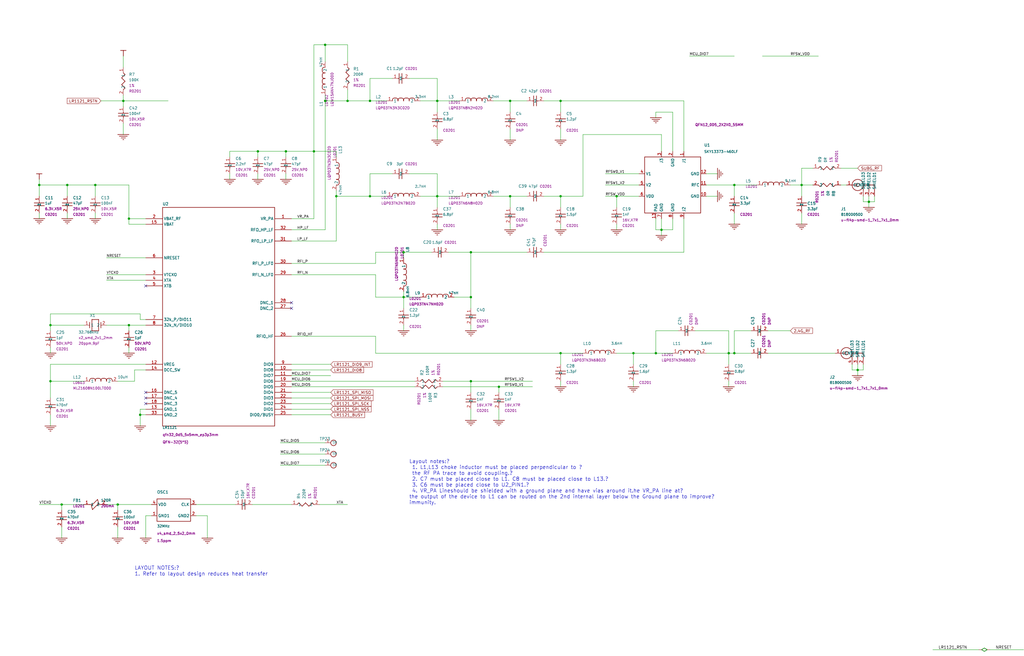
<source format=kicad_sch>
(kicad_sch (version 20250114) (generator "eeschema") (generator_version "9.0")
  (paper "User" 464.007 297.18)
  (lib_symbols
    (symbol "ProPrj_Wio-easyedapro:79f18b63a36d36f0"
      (symbol "79f18b63a36d36f0_1_0"
        (pin input line (at -2.54 0 0) (length 1.27) (name "") (number ""))
        (pin input line (at 2.54 0 180) (length 1.27) (name "") (number ""))
      )
    )
    (symbol "ProPrj_Wio-easyedapro:CC"
      (symbol "CC_1_0"
        (pin unspecified line (at 2.54 2.54 270) (length 2.54) (name "1") (number "1"))
        (pin unspecified line (at 2.54 -5.08 90) (length 2.54) (name "2") (number "2"))
      )
    )
    (symbol "ProPrj_Wio-easyedapro:FB"
      (symbol "FB_1_0"
        (pin unspecified line (at -2.54 -2.54 0) (length 2.54) (name "1") (number "1"))
        (pin unspecified line (at 7.62 -2.54 180) (length 2.54) (name "2") (number "2"))
      )
    )
    (symbol "ProPrj_Wio-easyedapro:GND_POWER" (power) (pin_numbers (hide yes)) (pin_names (hide yes))
      (symbol "GND_POWER_1_0"
        (pin power_in line (at 0 0 0) (length 0) (name "GND_POWER") (number "1"))
      )
    )
    (symbol "ProPrj_Wio-easyedapro:L"
      (symbol "L_1_0"
        (pin unspecified line (at -2.54 -2.54 0) (length 2.54) (name "1") (number "1"))
        (pin unspecified line (at 12.7 -2.54 180) (length 2.54) (name "2") (number "2"))
      )
    )
    (symbol "ProPrj_Wio-easyedapro:LR1121"
      (symbol "LR1121_1_0"
        (pin unspecified line (at -7.62 -5.08 0) (length 7.62) (name "VBAT_RF") (number "2"))
        (pin unspecified line (at -7.62 -7.62 0) (length 7.62) (name "VBAT") (number "15"))
        (pin input line (at -7.62 -22.86 0) (length 7.62) (name "NRESET") (number "6"))
        (pin output line (at -7.62 -30.48 0) (length 7.62) (name "VTCXO") (number "3"))
        (pin unspecified line (at -7.62 -33.02 0) (length 7.62) (name "XTA") (number "4"))
        (pin unspecified line (at -7.62 -35.56 0) (length 7.62) (name "XTB") (number "5"))
        (pin bidirectional line (at -7.62 -50.8 0) (length 7.62) (name "32k_P/DIO11") (number "7"))
        (pin bidirectional line (at -7.62 -53.34 0) (length 7.62) (name "32k_N/DIO10") (number "8"))
        (pin output line (at -7.62 -71.12 0) (length 7.62) (name "VREG") (number "12"))
        (pin unspecified line (at -7.62 -73.66 0) (length 7.62) (name "DCC_SW") (number "14"))
        (pin unspecified line (at -7.62 -83.82 0) (length 7.62) (name "DNC_5") (number "16"))
        (pin unspecified line (at -7.62 -86.36 0) (length 7.62) (name "DNC_4") (number "17"))
        (pin unspecified line (at -7.62 -88.9 0) (length 7.62) (name "DNC_3") (number "18"))
        (pin unspecified line (at -7.62 -91.44 0) (length 7.62) (name "GND_1") (number "13"))
        (pin unspecified line (at -7.62 -93.98 0) (length 7.62) (name "GND_2") (number "33"))
        (pin output line (at 58.42 -5.08 180) (length 7.62) (name "VR_PA") (number "1"))
        (pin output line (at 58.42 -10.16 180) (length 7.62) (name "RFO_HP_LF") (number "32"))
        (pin output line (at 58.42 -15.24 180) (length 7.62) (name "RFO_LP_LF") (number "31"))
        (pin input line (at 58.42 -25.4 180) (length 7.62) (name "RFI_P_LF0") (number "30"))
        (pin input line (at 58.42 -30.48 180) (length 7.62) (name "RFI_N_LF0") (number "29"))
        (pin input line (at 58.42 -43.18 180) (length 7.62) (name "DNC_1") (number "28"))
        (pin input line (at 58.42 -45.72 180) (length 7.62) (name "DNC_2") (number "27"))
        (pin bidirectional line (at 58.42 -58.42 180) (length 7.62) (name "RFIO_HF") (number "26"))
        (pin bidirectional line (at 58.42 -71.12 180) (length 7.62) (name "DIO9") (number "9"))
        (pin bidirectional line (at 58.42 -73.66 180) (length 7.62) (name "DIO8") (number "10"))
        (pin bidirectional line (at 58.42 -76.2 180) (length 7.62) (name "DIO7") (number "11"))
        (pin bidirectional line (at 58.42 -78.74 180) (length 7.62) (name "DIO6") (number "19"))
        (pin bidirectional line (at 58.42 -81.28 180) (length 7.62) (name "DIO5") (number "20"))
        (pin bidirectional line (at 58.42 -83.82 180) (length 7.62) (name "DIO4") (number "21"))
        (pin bidirectional line (at 58.42 -86.36 180) (length 7.62) (name "DIO3") (number "22"))
        (pin bidirectional line (at 58.42 -88.9 180) (length 7.62) (name "DIO2") (number "23"))
        (pin bidirectional line (at 58.42 -91.44 180) (length 7.62) (name "DIO1") (number "24"))
        (pin bidirectional line (at 58.42 -93.98 180) (length 7.62) (name "DIO0/BUSY") (number "25"))
      )
    )
    (symbol "ProPrj_Wio-easyedapro:OSC_4P_TCXO"
      (symbol "OSC_4P_TCXO_1_0"
        (pin unspecified line (at -2.54 -2.54 0) (length 2.54) (name "VDD") (number "4"))
        (pin input line (at -2.54 -7.62 0) (length 2.54) (name "GND1") (number "1"))
        (pin output line (at 17.78 -2.54 180) (length 2.54) (name "CLK") (number "3"))
        (pin unspecified line (at 17.78 -7.62 180) (length 2.54) (name "GND2") (number "2"))
      )
    )
    (symbol "ProPrj_Wio-easyedapro:R"
      (symbol "R_1_0"
        (pin unspecified line (at 2.54 2.54 270) (length 2.54) (name "1") (number "1"))
        (pin unspecified line (at 2.54 -10.16 90) (length 2.54) (name "2") (number "2"))
      )
    )
    (symbol "ProPrj_Wio-easyedapro:RF ANT 4P"
      (symbol "RF ANT 4P_1_0"
        (pin unspecified line (at 0 -7.62 90) (length 2.54) (name "SHIELD1") (number "2"))
        (pin unspecified line (at 2.54 -7.62 90) (length 2.54) (name "SHIELD2") (number "3"))
        (pin unspecified line (at 5.08 -7.62 90) (length 2.54) (name "SHIELD3") (number "4"))
        (pin unspecified line (at 12.7 -2.54 180) (length 2.54) (name "CENTER") (number "1"))
      )
    )
    (symbol "ProPrj_Wio-easyedapro:SKY13373-460LF"
      (symbol "SKY13373-460LF_1_0"
        (pin unspecified line (at -2.54 -7.62 0) (length 2.54) (name "J1") (number "1"))
        (pin unspecified line (at -2.54 -12.7 0) (length 2.54) (name "GND") (number "2"))
        (pin unspecified line (at -2.54 -17.78 0) (length 2.54) (name "J3") (number "3"))
        (pin unspecified line (at 7.62 2.54 270) (length 2.54) (name "GND") (number "12"))
        (pin unspecified line (at 7.62 -27.94 90) (length 2.54) (name "V1") (number "4"))
        (pin unspecified line (at 12.7 2.54 270) (length 2.54) (name "RFC") (number "11"))
        (pin unspecified line (at 12.7 -27.94 90) (length 2.54) (name "V2") (number "5"))
        (pin unspecified line (at 17.78 2.54 270) (length 2.54) (name "GND") (number "10"))
        (pin unspecified line (at 17.78 -27.94 90) (length 2.54) (name "VDD") (number "6"))
        (pin unspecified line (at 27.94 -7.62 180) (length 2.54) (name "J2") (number "9"))
        (pin unspecified line (at 27.94 -12.7 180) (length 2.54) (name "GND") (number "8"))
        (pin unspecified line (at 27.94 -17.78 180) (length 2.54) (name "GND") (number "7"))
        (pin unspecified line (at 27.94 -20.32 180) (length 2.54) (name "PAD") (number "13"))
      )
    )
    (symbol "ProPrj_Wio-easyedapro:Test Point"
      (symbol "Test Point_1_0"
        (pin unspecified line (at -2.54 -2.54 0) (length 2.54) (name "TP") (number "1"))
      )
    )
    (symbol "ProPrj_Wio-easyedapro:VDD_RF" (power) (pin_numbers (hide yes)) (pin_names (hide yes))
      (symbol "VDD_RF_1_0"
        (pin power_in line (at 0 0 0) (length 0) (name "VDD_RF") (number "1"))
      )
    )
    (symbol "ProPrj_Wio-easyedapro:XTAL_2P"
      (symbol "XTAL_2P_1_0"
        (pin unspecified line (at -2.54 -2.54 0) (length 2.54) (name "1") (number "1"))
        (pin unspecified line (at 7.62 -2.54 180) (length 2.54) (name "2") (number "2"))
      )
    )
  )
  (text "LAYOUT NOTES:\r\n1. Refer to layout design reduces heat transfer" (at 60.96 256.54 0) (effects (font (size 1.651 1.651)) (justify left top)))
  (text "Layout notes:\r\n 1. L1,L13 choke inductor must be placed perpendicular to \r\n the RF PA trace to avoid coupling.\r\n 2. C7 must be placed close to L1. C8 must be placed close to L13.\r\n 3. C6 must be placed close to U2_PIN1.\r\n 4. VR_PA Lineshould be shielded with a ground plane and have vias around it.he VR_PA line at\r\nthe output of the device to L1 can be routed on the 2nd internal layer below the Ground plane to improve\r\nimmunity." (at 185.42 208.28 0) (effects (font (size 1.651 1.651)) (justify left top)))
  (junction (at 297.18 160.02))
  (junction (at 55.88 45.72))
  (junction (at 388.62 167.64))
  (junction (at 152.4 88.9))
  (junction (at 198.12 88.9))
  (junction (at 22.86 147.32))
  (junction (at 129.54 68.58))
  (junction (at 167.64 88.9))
  (junction (at 299.72 104.14))
  (junction (at 226.06 175.26))
  (junction (at 332.74 160.02))
  (junction (at 22.86 172.72))
  (junction (at 254 88.9))
  (junction (at 279.4 88.9))
  (junction (at 147.32 20.32))
  (junction (at 63.5 187.96))
  (junction (at 231.14 45.72))
  (junction (at 332.74 83.82))
  (junction (at 157.48 45.72))
  (junction (at 213.36 172.72))
  (junction (at 43.18 83.82))
  (junction (at 147.32 45.72))
  (junction (at 393.7 91.44))
  (junction (at 254 160.02))
  (junction (at 17.78 83.82))
  (junction (at 53.34 228.6))
  (junction (at 27.94 228.6))
  (junction (at 287.02 160.02))
  (junction (at 254 45.72))
  (junction (at 213.36 114.3))
  (junction (at 363.22 83.82))
  (junction (at 330.2 160.02))
  (junction (at 213.36 134.62))
  (junction (at 58.42 147.32))
  (junction (at 182.88 114.3))
  (junction (at 167.64 45.72))
  (junction (at 198.12 45.72))
  (junction (at 231.14 88.9))
  (junction (at 116.84 68.58))
  (junction (at 142.24 68.58))
  (junction (at 182.88 134.62))
  (junction (at 58.42 99.06))
  (junction (at 30.48 83.82))
  (no_connect (at 132.08 139.7))
  (no_connect (at 66.04 182.88))
  (no_connect (at 66.04 129.54))
  (no_connect (at 66.04 177.8))
  (no_connect (at 66.04 180.34))
  (no_connect (at 132.08 137.16))
  (wire (pts (xy 304.8 50.8) (xy 297.18 50.8)))
  (wire (pts (xy 55.88 43.18) (xy 55.88 45.72)))
  (wire (pts (xy 388.62 170.18) (xy 388.62 167.64)))
  (wire (pts (xy 231.14 45.72) (xy 223.52 45.72)))
  (wire (pts (xy 53.34 231.14) (xy 53.34 228.6)))
  (wire (pts (xy 391.16 167.64) (xy 391.16 165.1)))
  (wire (pts (xy 187.96 172.72) (xy 132.08 172.72)))
  (wire (pts (xy 254 63.5) (xy 254 58.42)))
  (wire (pts (xy 231.14 93.98) (xy 231.14 88.9)))
  (wire (pts (xy 297.18 104.14) (xy 299.72 104.14)))
  (wire (pts (xy 157.48 40.64) (xy 157.48 45.72)))
  (wire (pts (xy 304.8 68.58) (xy 304.8 50.8)))
  (wire (pts (xy 226.06 175.26) (xy 226.06 177.8)))
  (wire (pts (xy 66.04 116.84) (xy 48.26 116.84)))
  (wire (pts (xy 332.74 101.6) (xy 332.74 96.52)))
  (wire (pts (xy 195.58 114.3) (xy 182.88 114.3)))
  (wire (pts (xy 330.2 175.26) (xy 330.2 172.72)))
  (wire (pts (xy 231.14 104.14) (xy 231.14 101.6)))
  (wire (pts (xy 363.22 76.2) (xy 368.3 76.2)))
  (wire (pts (xy 53.34 243.84) (xy 53.34 238.76)))
  (wire (pts (xy 170.18 134.62) (xy 170.18 124.46)))
  (wire (pts (xy 22.86 142.24) (xy 63.5 142.24)))
  (wire (pts (xy 66.04 99.06) (xy 58.42 99.06)))
  (wire (pts (xy 142.24 20.32) (xy 147.32 20.32)))
  (wire (pts (xy 55.88 60.96) (xy 55.88 55.88)))
  (wire (pts (xy 55.88 45.72) (xy 45.72 45.72)))
  (wire (pts (xy 254 50.8) (xy 254 45.72)))
  (wire (pts (xy 393.7 91.44) (xy 396.24 91.44)))
  (wire (pts (xy 149.86 177.8) (xy 132.08 177.8)))
  (wire (pts (xy 287.02 175.26) (xy 287.02 172.72)))
  (wire (pts (xy 60.96 167.64) (xy 60.96 172.72)))
  (wire (pts (xy 213.36 172.72) (xy 200.66 172.72)))
  (wire (pts (xy 254 104.14) (xy 254 101.6)))
  (wire (pts (xy 182.88 132.08) (xy 182.88 134.62)))
  (wire (pts (xy 363.22 83.82) (xy 358.14 83.82)))
  (wire (pts (xy 309.88 45.72) (xy 254 45.72)))
  (wire (pts (xy 330.2 149.86) (xy 314.96 149.86)))
  (wire (pts (xy 309.88 99.06) (xy 309.88 114.3)))
  (wire (pts (xy 254 160.02) (xy 170.18 160.02)))
  (wire (pts (xy 254 45.72) (xy 246.38 45.72)))
  (wire (pts (xy 30.48 99.06) (xy 30.48 96.52)))
  (wire (pts (xy 393.7 91.44) (xy 391.16 91.44)))
  (wire (pts (xy 167.64 45.72) (xy 175.26 45.72)))
  (wire (pts (xy 299.72 68.58) (xy 299.72 60.96)))
  (wire (pts (xy 213.36 190.5) (xy 213.36 185.42)))
  (wire (pts (xy 167.64 88.9) (xy 152.4 88.9)))
  (wire (pts (xy 167.64 78.74) (xy 167.64 88.9)))
  (wire (pts (xy 190.5 88.9) (xy 198.12 88.9)))
  (wire (pts (xy 55.88 45.72) (xy 76.2 45.72)))
  (wire (pts (xy 391.16 91.44) (xy 391.16 88.9)))
  (wire (pts (xy 213.36 114.3) (xy 203.2 114.3)))
  (wire (pts (xy 132.08 228.6) (xy 114.3 228.6)))
  (wire (pts (xy 38.1 228.6) (xy 27.94 228.6)))
  (wire (pts (xy 304.8 160.02) (xy 297.18 160.02)))
  (wire (pts (xy 231.14 88.9) (xy 223.52 88.9)))
  (wire (pts (xy 152.4 71.12) (xy 152.4 68.58)))
  (wire (pts (xy 289.56 78.74) (xy 274.32 78.74)))
  (wire (pts (xy 63.5 142.24) (xy 63.5 144.78)))
  (wire (pts (xy 58.42 99.06) (xy 58.42 83.82)))
  (wire (pts (xy 287.02 160.02) (xy 279.4 160.02)))
  (wire (pts (xy 177.8 35.56) (xy 167.64 35.56)))
  (wire (pts (xy 17.78 88.9) (xy 17.78 83.82)))
  (wire (pts (xy 129.54 71.12) (xy 129.54 68.58)))
  (wire (pts (xy 177.8 78.74) (xy 167.64 78.74)))
  (wire (pts (xy 66.04 233.68) (xy 66.04 243.84)))
  (wire (pts (xy 182.88 116.84) (xy 182.88 114.3)))
  (wire (pts (xy 132.08 152.4) (xy 170.18 152.4)))
  (wire (pts (xy 147.32 205.74) (xy 127 205.74)))
  (wire (pts (xy 167.64 45.72) (xy 157.48 45.72)))
  (wire (pts (xy 149.86 187.96) (xy 132.08 187.96)))
  (wire (pts (xy 279.4 104.14) (xy 279.4 101.6)))
  (wire (pts (xy 325.12 88.9) (xy 320.04 88.9)))
  (wire (pts (xy 332.74 160.02) (xy 330.2 160.02)))
  (wire (pts (xy 198.12 78.74) (xy 185.42 78.74)))
  (wire (pts (xy 254 165.1) (xy 254 160.02)))
  (wire (pts (xy 330.2 160.02) (xy 330.2 149.86)))
  (wire (pts (xy 60.96 172.72) (xy 53.34 172.72)))
  (wire (pts (xy 198.12 88.9) (xy 198.12 93.98)))
  (wire (pts (xy 170.18 114.3) (xy 170.18 119.38)))
  (wire (pts (xy 27.94 243.84) (xy 27.94 238.76)))
  (wire (pts (xy 279.4 93.98) (xy 279.4 88.9)))
  (wire (pts (xy 55.88 30.48) (xy 55.88 25.4)))
  (wire (pts (xy 170.18 160.02) (xy 170.18 152.4)))
  (wire (pts (xy 254 88.9) (xy 246.38 88.9)))
  (wire (pts (xy 93.98 243.84) (xy 93.98 233.68)))
  (wire (pts (xy 167.64 88.9) (xy 175.26 88.9)))
  (wire (pts (xy 22.86 172.72) (xy 22.86 180.34)))
  (wire (pts (xy 345.44 25.4) (xy 370.84 25.4)))
  (wire (pts (xy 264.16 88.9) (xy 254 88.9)))
  (wire (pts (xy 182.88 147.32) (xy 182.88 149.86)))
  (wire (pts (xy 448.564 294.386) (xy 463.804 294.386)))
  (wire (pts (xy 254 93.98) (xy 254 88.9)))
  (wire (pts (xy 213.36 177.8) (xy 213.36 172.72)))
  (wire (pts (xy 22.86 147.32) (xy 22.86 149.86)))
  (wire (pts (xy 58.42 149.86) (xy 58.42 147.32)))
  (wire (pts (xy 66.04 101.6) (xy 58.42 101.6)))
  (wire (pts (xy 104.14 81.28) (xy 104.14 78.74)))
  (wire (pts (xy 144.78 228.6) (xy 157.48 228.6)))
  (wire (pts (xy 238.76 45.72) (xy 231.14 45.72)))
  (wire (pts (xy 190.5 45.72) (xy 198.12 45.72)))
  (wire (pts (xy 38.1 172.72) (xy 22.86 172.72)))
  (wire (pts (xy 182.88 114.3) (xy 170.18 114.3)))
  (wire (pts (xy 238.76 88.9) (xy 231.14 88.9)))
  (wire (pts (xy 58.42 83.82) (xy 43.18 83.82)))
  (wire (pts (xy 147.32 20.32) (xy 147.32 27.94)))
  (wire (pts (xy 149.86 170.18) (xy 132.08 170.18)))
  (wire (pts (xy 187.96 175.26) (xy 132.08 175.26)))
  (wire (pts (xy 226.06 190.5) (xy 226.06 185.42)))
  (wire (pts (xy 388.62 167.64) (xy 386.08 167.64)))
  (wire (pts (xy 213.36 134.62) (xy 213.36 114.3)))
  (wire (pts (xy 226.06 175.26) (xy 241.3 175.26)))
  (wire (pts (xy 330.2 160.02) (xy 320.04 160.02)))
  (wire (pts (xy 104.14 68.58) (xy 116.84 68.58)))
  (wire (pts (xy 147.32 210.82) (xy 127 210.82)))
  (wire (pts (xy 66.04 127) (xy 48.26 127)))
  (wire (pts (xy 142.24 68.58) (xy 142.24 20.32)))
  (wire (pts (xy 299.72 106.68) (xy 299.72 104.14)))
  (wire (pts (xy 182.88 134.62) (xy 190.5 134.62)))
  (wire (pts (xy 347.98 149.86) (xy 358.14 149.86)))
  (wire (pts (xy 299.72 104.14) (xy 299.72 99.06)))
  (wire (pts (xy 167.64 35.56) (xy 167.64 45.72)))
  (wire (pts (xy 43.18 83.82) (xy 30.48 83.82)))
  (wire (pts (xy 132.08 99.06) (xy 142.24 99.06)))
  (wire (pts (xy 116.84 68.58) (xy 129.54 68.58)))
  (wire (pts (xy 342.9 83.82) (xy 332.74 83.82)))
  (wire (pts (xy 363.22 88.9) (xy 363.22 83.82)))
  (wire (pts (xy 17.78 99.06) (xy 17.78 96.52)))
  (wire (pts (xy 307.34 149.86) (xy 297.18 149.86)))
  (wire (pts (xy 198.12 45.72) (xy 198.12 35.56)))
  (wire (pts (xy 198.12 35.56) (xy 185.42 35.56)))
  (wire (pts (xy 149.86 185.42) (xy 132.08 185.42)))
  (wire (pts (xy 66.04 185.42) (xy 63.5 185.42)))
  (wire (pts (xy 22.86 165.1) (xy 22.86 172.72)))
  (wire (pts (xy 297.18 99.06) (xy 297.18 104.14)))
  (wire (pts (xy 68.58 228.6) (xy 53.34 228.6)))
  (wire (pts (xy 289.56 88.9) (xy 279.4 88.9)))
  (wire (pts (xy 63.5 187.96) (xy 66.04 187.96)))
  (wire (pts (xy 152.4 88.9) (xy 152.4 109.22)))
  (wire (pts (xy 393.7 88.9) (xy 393.7 91.44)))
  (wire (pts (xy 53.34 228.6) (xy 48.26 228.6)))
  (wire (pts (xy 106.68 228.6) (xy 88.9 228.6)))
  (wire (pts (xy 347.98 160.02) (xy 378.46 160.02)))
  (wire (pts (xy 279.4 88.9) (xy 274.32 88.9)))
  (wire (pts (xy 289.56 83.82) (xy 274.32 83.82)))
  (wire (pts (xy 297.18 160.02) (xy 287.02 160.02)))
  (wire (pts (xy 27.94 231.14) (xy 27.94 228.6)))
  (wire (pts (xy 393.7 93.98) (xy 393.7 91.44)))
  (wire (pts (xy 383.54 83.82) (xy 381 83.82)))
  (wire (pts (xy 66.04 165.1) (xy 22.86 165.1)))
  (wire (pts (xy 182.88 134.62) (xy 170.18 134.62)))
  (wire (pts (xy 388.62 167.64) (xy 391.16 167.64)))
  (wire (pts (xy 66.04 124.46) (xy 48.26 124.46)))
  (wire (pts (xy 182.88 139.7) (xy 182.88 134.62)))
  (wire (pts (xy 213.36 172.72) (xy 241.3 172.72)))
  (wire (pts (xy 213.36 139.7) (xy 213.36 134.62)))
  (wire (pts (xy 116.84 81.28) (xy 116.84 78.74)))
  (wire (pts (xy 297.18 149.86) (xy 297.18 160.02)))
  (wire (pts (xy 381 76.2) (xy 388.62 76.2)))
  (wire (pts (xy 104.14 71.12) (xy 104.14 68.58)))
  (wire (pts (xy 55.88 45.72) (xy 55.88 48.26)))
  (wire (pts (xy 213.36 147.32) (xy 213.36 149.86)))
  (wire (pts (xy 332.74 149.86) (xy 332.74 160.02)))
  (wire (pts (xy 132.08 109.22) (xy 152.4 109.22)))
  (wire (pts (xy 63.5 193.04) (xy 63.5 187.96)))
  (wire (pts (xy 58.42 160.02) (xy 58.42 157.48)))
  (wire (pts (xy 58.42 147.32) (xy 48.26 147.32)))
  (wire (pts (xy 330.2 165.1) (xy 330.2 160.02)))
  (wire (pts (xy 22.86 160.02) (xy 22.86 157.48)))
  (wire (pts (xy 63.5 185.42) (xy 63.5 187.96)))
  (wire (pts (xy 198.12 63.5) (xy 198.12 58.42)))
  (wire (pts (xy 368.3 83.82) (xy 363.22 83.82)))
  (wire (pts (xy 332.74 25.4) (xy 312.42 25.4)))
  (wire (pts (xy 264.16 160.02) (xy 254 160.02)))
  (wire (pts (xy 309.88 114.3) (xy 246.38 114.3)))
  (wire (pts (xy 116.84 71.12) (xy 116.84 68.58)))
  (wire (pts (xy 147.32 45.72) (xy 147.32 43.18)))
  (wire (pts (xy 66.04 147.32) (xy 58.42 147.32)))
  (wire (pts (xy 198.12 45.72) (xy 208.28 45.72)))
  (wire (pts (xy 152.4 86.36) (xy 152.4 88.9)))
  (wire (pts (xy 63.5 144.78) (xy 66.04 144.78)))
  (wire (pts (xy 58.42 101.6) (xy 58.42 99.06)))
  (wire (pts (xy 198.12 88.9) (xy 198.12 78.74)))
  (wire (pts (xy 231.14 63.5) (xy 231.14 58.42)))
  (wire (pts (xy 208.28 88.9) (xy 198.12 88.9)))
  (wire (pts (xy 363.22 83.82) (xy 363.22 76.2)))
  (wire (pts (xy 297.18 50.8) (xy 297.18 53.34)))
  (wire (pts (xy 132.08 124.46) (xy 170.18 124.46)))
  (wire (pts (xy 231.14 50.8) (xy 231.14 45.72)))
  (wire (pts (xy 287.02 165.1) (xy 287.02 160.02)))
  (wire (pts (xy 299.72 104.14) (xy 304.8 104.14)))
  (wire (pts (xy 43.18 99.06) (xy 43.18 96.52)))
  (wire (pts (xy 200.66 175.26) (xy 226.06 175.26)))
  (wire (pts (xy 22.86 193.04) (xy 22.86 187.96)))
  (wire (pts (xy 132.08 104.14) (xy 147.32 104.14)))
  (wire (pts (xy 332.74 88.9) (xy 332.74 83.82)))
  (wire (pts (xy 388.62 165.1) (xy 388.62 167.64)))
  (wire (pts (xy 147.32 45.72) (xy 147.32 104.14)))
  (wire (pts (xy 142.24 68.58) (xy 142.24 99.06)))
  (wire (pts (xy 68.58 233.68) (xy 66.04 233.68)))
  (wire (pts (xy 38.1 147.32) (xy 22.86 147.32)))
  (wire (pts (xy 149.86 182.88) (xy 132.08 182.88)))
  (wire (pts (xy 30.48 88.9) (xy 30.48 83.82)))
  (wire (pts (xy 299.72 60.96) (xy 264.16 60.96)))
  (wire (pts (xy 254 175.26) (xy 254 172.72)))
  (wire (pts (xy 198.12 50.8) (xy 198.12 45.72)))
  (wire (pts (xy 149.86 165.1) (xy 132.08 165.1)))
  (wire (pts (xy 325.12 78.74) (xy 320.04 78.74)))
  (wire (pts (xy 22.86 147.32) (xy 22.86 142.24)))
  (wire (pts (xy 17.78 83.82) (xy 17.78 81.28)))
  (wire (pts (xy 422.656 294.386) (xy 443.484 294.386)))
  (wire (pts (xy 157.48 20.32) (xy 147.32 20.32)))
  (wire (pts (xy 264.16 60.96) (xy 264.16 88.9)))
  (wire (pts (xy 304.8 104.14) (xy 304.8 99.06)))
  (wire (pts (xy 152.4 68.58) (xy 142.24 68.58)))
  (wire (pts (xy 396.24 91.44) (xy 396.24 88.9)))
  (wire (pts (xy 129.54 68.58) (xy 142.24 68.58)))
  (wire (pts (xy 132.08 119.38) (xy 170.18 119.38)))
  (wire (pts (xy 332.74 160.02) (xy 340.36 160.02)))
  (wire (pts (xy 30.48 83.82) (xy 17.78 83.82)))
  (wire (pts (xy 332.74 83.82) (xy 320.04 83.82)))
  (wire (pts (xy 149.86 180.34) (xy 132.08 180.34)))
  (wire (pts (xy 147.32 200.66) (xy 127 200.66)))
  (wire (pts (xy 93.98 233.68) (xy 88.9 233.68)))
  (wire (pts (xy 27.94 228.6) (xy 17.78 228.6)))
  (wire (pts (xy 157.48 27.94) (xy 157.48 20.32)))
  (wire (pts (xy 363.22 101.6) (xy 363.22 96.52)))
  (wire (pts (xy 129.54 81.28) (xy 129.54 78.74)))
  (wire (pts (xy 340.36 149.86) (xy 332.74 149.86)))
  (wire (pts (xy 386.08 167.64) (xy 386.08 165.1)))
  (wire (pts (xy 309.88 68.58) (xy 309.88 45.72)))
  (wire (pts (xy 149.86 167.64) (xy 132.08 167.64)))
  (wire (pts (xy 43.18 88.9) (xy 43.18 83.82)))
  (wire (pts (xy 198.12 104.14) (xy 198.12 101.6)))
  (wire (pts (xy 66.04 167.64) (xy 60.96 167.64)))
  (wire (pts (xy 157.48 45.72) (xy 147.32 45.72)))
  (wire (pts (xy 205.74 134.62) (xy 213.36 134.62)))
  (wire (pts (xy 238.76 114.3) (xy 213.36 114.3)))
  (label "VTCXO" (at 17.78 228.6 0) (effects (font (size 1.143 1.143))))
  (label "MCU_DIO6" (at 132.08 172.72 0) (effects (font (size 1.143 1.143))))
  (label "RFI_P" (at 134.62 119.38 0) (effects (font (size 1.143 1.143))))
  (label "MCU_DIO6" (at 127 205.74 0) (effects (font (size 1.143 1.143))))
  (label "RFSW1_V2" (at 274.32 83.82 0) (effects (font (size 1.143 1.143))))
  (label "RFSW_VDD" (at 274.32 88.9 0) (effects (font (size 1.143 1.143))))
  (label "HP_LF" (at 134.62 104.14 0) (effects (font (size 1.143 1.143))))
  (label "LR1121_RSTN" (at 425.196 294.386 0))
  (label "MCU_DIO5" (at 132.08 175.26 0) (effects (font (size 1.143 1.143))))
  (label "RFSW0_V1" (at 274.32 78.74 0) (effects (font (size 1.143 1.143))))
  (label "RFSW_VDD" (at 358.14 25.4 0) (effects (font (size 1.143 1.143))))
  (label "MCU_DIO7" (at 127 210.82 0) (effects (font (size 1.143 1.143))))
  (label "VR_PA" (at 134.62 99.06 0) (effects (font (size 1.143 1.143))))
  (label "MCU_DIO5" (at 127 200.66 0) (effects (font (size 1.143 1.143))))
  (label "VTCXO" (at 48.26 124.46 0) (effects (font (size 1.143 1.143))))
  (label "XTA" (at 48.26 127 0) (effects (font (size 1.143 1.143))))
  (label "RFSW0_V1" (at 228.6 175.26 0) (effects (font (size 1.143 1.143))))
  (label "MCU_DIO7" (at 132.08 170.18 0) (effects (font (size 1.143 1.143))))
  (label "LP_LF" (at 134.62 109.22 0) (effects (font (size 1.143 1.143))))
  (label "NRESET" (at 48.26 116.84 0) (effects (font (size 1.143 1.143))))
  (label "MCU_DIO7" (at 312.42 25.4 0) (effects (font (size 1.143 1.143))))
  (label "XTA" (at 152.4 228.6 0) (effects (font (size 1.143 1.143))))
  (label "NRESET" (at 451.104 294.386 0))
  (label "RFSW1_V2" (at 228.6 172.72 0) (effects (font (size 1.143 1.143))))
  (label "RFIO_HF" (at 134.62 152.4 0) (effects (font (size 1.143 1.143))))
  (label "RFI_N" (at 134.62 124.46 0) (effects (font (size 1.143 1.143))))
  (global_label "LR1121_DIO8" (shape input) (at 149.86 167.64 0) (property "Intersheetrefs" "${INTERSHEET_REFS}" (effects (hide yes))))
  (global_label "LR1121_DIO9_INT" (shape input) (at 149.86 165.1 0) (property "Intersheetrefs" "${INTERSHEET_REFS}" (effects (hide yes))))
  (global_label "LR1121_BUSY" (shape input) (at 149.86 187.96 0) (property "Intersheetrefs" "${INTERSHEET_REFS}" (effects (hide yes))))
  (global_label "LR1121_SPI_MOSI" (shape input) (at 149.86 180.34 0) (property "Intersheetrefs" "${INTERSHEET_REFS}" (effects (hide yes))))
  (global_label "2.4G_RF" (shape input) (at 358.14 149.86 0) (property "Intersheetrefs" "${INTERSHEET_REFS}" (effects (hide yes))))
  (global_label "SUBG_RF" (shape input) (at 388.62 76.2 0) (property "Intersheetrefs" "${INTERSHEET_REFS}" (effects (hide yes))))
  (global_label "LR1121_RSTN" (shape input) (at 45.72 45.72 180) (property "Intersheetrefs" "${INTERSHEET_REFS}" (effects (hide yes))))
  (global_label "LR1121_SPI_SCK" (shape input) (at 149.86 182.88 0) (property "Intersheetrefs" "${INTERSHEET_REFS}" (effects (hide yes))))
  (global_label "LR1121_SPI_MISO" (shape input) (at 149.86 177.8 0) (property "Intersheetrefs" "${INTERSHEET_REFS}" (effects (hide yes))))
  (global_label "LR1121_SPI_NSS" (shape input) (at 149.86 185.42 0) (property "Intersheetrefs" "${INTERSHEET_REFS}" (effects (hide yes))))
  (symbol (lib_id "ProPrj_Wio-easyedapro:GND_POWER") (at 231.14 104.14 0) (unit 1)
    (property "Reference" "#PWR?" (effects (hide yes)))
    (property "Value" "GND_POWER" (effects (hide yes)))
    (property "Footprint" "ProPrj_Wio-easyedapro:" (effects (hide yes)))
  )
  (symbol (lib_id "ProPrj_Wio-easyedapro:RF ANT 4P") (at 396.24 81.28 0) (mirror y) (unit 1)
    (property "Reference" "J1" (at 381 93.98 0) (effects (justify right top)))
    (property "Value" "818000500" (at 381 96.52 0) (effects (font (size 1.143 1.143)) (justify right top)))
    (property "Footprint" "ProPrj_Wio-easyedapro:U-FL4P-SMD-1_7X1_7X1_0MM" (effects (hide yes)))
    (property "Description" "SMD IPEX-GEN4 Female CONN;4P-L1.7*W1.7*H0.6mm" (effects (hide yes)))
    (property "Manufacturer" "电连" (effects (hide yes)))
    (property "Implementation Type" "<none>" (effects (hide yes)))
    (property "Manufacturer Part Number" "818000500" (effects (hide yes)))
    (property "Origin Footprint" "u-fl4p-smd-1_7x1_7x1_0mm" (effects (hide yes)))
    (property "PCB Footprint" "u-fl4p-smd-1_7x1_7x1_0mm" (at 381 99.06 0) (effects (font (size 1.143 1.143)) (justify right top)))
    (property "PN" "320080244" (effects (hide yes)))
    (property "Package Size" "4P-L1.7*W1.7*H0.6mm" (effects (hide yes)))
    (property "Power Pins Visible" "False" (effects (hide yes)))
    (property "Primitive" "DEFAULT" (effects (hide yes)))
    (property "Source Package" "RF ANT 4P" (effects (hide yes)))
    (property "Status" "CC3301" (effects (hide yes)))
    (property "Temperature" "-40°C to 85°C" (effects (hide yes)))
  )
  (symbol (lib_id "ProPrj_Wio-easyedapro:CC") (at 251.46 167.64 0) (unit 1)
    (property "Reference" "C28" (at 256.54 165.1 0) (effects (justify left top)))
    (property "Value" "1.3pF" (at 256.54 167.64 0) (effects (font (size 1.143 1.143)) (justify left top)))
    (property "Footprint" "ProPrj_Wio-easyedapro:C0201" (effects (hide yes)))
    (property "Description" "SMD CAP Ceramic 1.3pF-50V-0.1pF-NPO;0201" (effects (hide yes)))
    (property "Manufacturer" "Murata" (effects (hide yes)))
    (property "Implementation Type" "<none>" (effects (hide yes)))
    (property "Manufacturer Part Number" "GRM0335C1H1R3BA01D" (effects (hide yes)))
    (property "Origin Footprint" "C0201" (effects (hide yes)))
    (property "PCB Footprint" "C0201" (at 256.54 172.72 0) (effects (font (size 1.143 1.143)) (justify left top)))
    (property "PN" "302013028" (effects (hide yes)))
    (property "Package Size" "0201" (effects (hide yes)))
    (property "Part Type" "Ceramic" (effects (hide yes)))
    (property "Power Pins Visible" "False" (effects (hide yes)))
    (property "Primitive" "DEFAULT" (effects (hide yes)))
    (property "Source Package" "CC" (effects (hide yes)))
    (property "Status" "LR1110" (effects (hide yes)))
    (property "Temperature" "-55°C to 125°C" (effects (hide yes)))
  )
  (symbol (lib_id "ProPrj_Wio-easyedapro:GND_POWER") (at 332.74 101.6 0) (unit 1)
    (property "Reference" "#PWR?" (effects (hide yes)))
    (property "Value" "GND_POWER" (effects (hide yes)))
    (property "Footprint" "ProPrj_Wio-easyedapro:" (effects (hide yes)))
  )
  (symbol (lib_id "ProPrj_Wio-easyedapro:L") (at 266.7 157.48 0) (unit 1)
    (property "Reference" "L10" (at 264.16 154.94 0) (effects (justify left top)))
    (property "Value" "3.6nH" (at 276.86 154.94 0) (effects (font (size 1.143 1.143)) (justify left top)))
    (property "Footprint" "ProPrj_Wio-easyedapro:L0201" (effects (hide yes)))
    (property "Description" "SMD Inductor;3.6nH-0.1H-400mA;0201" (effects (hide yes)))
    (property "Manufacturer" "Murata" (effects (hide yes)))
    (property "Implementation Type" "<none>" (effects (hide yes)))
    (property "Manufacturer Part Number" "LQP03TN3N6B02D" (at 259.08 162.56 0) (effects (font (size 1.143 1.143)) (justify left top)))
    (property "Origin Footprint" "L0201" (effects (hide yes)))
    (property "PCB Footprint" "L0201" (at 259.08 160.02 0) (effects (font (size 1.143 1.143)) (justify left top)))
    (property "PN" "303011721" (effects (hide yes)))
    (property "Package Size" "0201" (effects (hide yes)))
    (property "Part Type" "Inductor" (effects (hide yes)))
    (property "Power Pins Visible" "False" (effects (hide yes)))
    (property "Primitive" "DEFAULT" (effects (hide yes)))
    (property "Source Package" "L" (effects (hide yes)))
    (property "Status" "LR1110" (effects (hide yes)))
    (property "Temperature" "-55°C to 125°C" (effects (hide yes)))
  )
  (symbol (lib_id "ProPrj_Wio-easyedapro:L") (at 177.8 86.36 0) (unit 1)
    (property "Reference" "L6" (at 172.72 86.36 0) (effects (justify left top)))
    (property "Value" "2.7nH" (at 187.96 83.82 0) (effects (font (size 1.143 1.143)) (justify left top)))
    (property "Footprint" "ProPrj_Wio-easyedapro:L0201" (effects (hide yes)))
    (property "Description" "SMD Inductor;2.7nH-0.1nH-500mA;0201" (effects (hide yes)))
    (property "Manufacturer" "Murata" (effects (hide yes)))
    (property "Implementation Type" "<none>" (effects (hide yes)))
    (property "Manufacturer Part Number" "LQP03TN2N7B02D" (at 172.72 91.44 0) (effects (font (size 1.143 1.143)) (justify left top)))
    (property "Origin Footprint" "L0201" (effects (hide yes)))
    (property "PCB Footprint" "L0201" (at 172.72 88.9 0) (effects (font (size 1.143 1.143)) (justify left top)))
    (property "PN" "303010094" (effects (hide yes)))
    (property "Package Size" "0201" (effects (hide yes)))
    (property "Part Type" "Inductor" (effects (hide yes)))
    (property "Power Pins Visible" "False" (effects (hide yes)))
    (property "Primitive" "DEFAULT" (effects (hide yes)))
    (property "Source Package" "L" (effects (hide yes)))
    (property "Status" "LR1110" (effects (hide yes)))
    (property "Temperature" "-55°C to 125°C" (effects (hide yes)))
  )
  (symbol (lib_id "ProPrj_Wio-easyedapro:LR1121") (at 73.66 93.98 0) (unit 1)
    (property "Reference" "U2" (at 73.66 91.694 0) (effects (justify left top)))
    (property "Value" "LR1121" (at 73.66 193.04 0) (effects (font (size 1.143 1.143)) (justify left top)))
    (property "Footprint" "ProPrj_Wio-easyedapro:QFN32_0D5_5X5MM_EP3P3MM" (effects (hide yes)))
    (property "Description" "SMD IC LoRa Edge;QFN32;5*5mm" (effects (hide yes)))
    (property "Manufacturer" "Semtech" (effects (hide yes)))
    (property "Implementation Type" "<none>" (effects (hide yes)))
    (property "Manufacturer Part Number" "LR1121" (effects (hide yes)))
    (property "Origin Footprint" "qfn32_0d5_5x5mm_ep3p3mm" (effects (hide yes)))
    (property "PCB Footprint" "qfn32_0d5_5x5mm_ep3p3mm" (at 73.66 196.342 0) (effects (font (size 1.143 1.143)) (justify left top)))
    (property "PN" "TMP-874" (effects (hide yes)))
    (property "Package Size" "QFN-32(5*5)" (at 73.66 199.644 0) (effects (font (size 1.143 1.143)) (justify left top)))
    (property "Power Pins Visible" "False" (effects (hide yes)))
    (property "Primitive" "DEFAULT" (effects (hide yes)))
    (property "Source Package" "LR1121" (effects (hide yes)))
    (property "Status" "LR1121 Module" (effects (hide yes)))
    (property "Temperature" "-45°C to 85°C" (effects (hide yes)))
  )
  (symbol (lib_id "ProPrj_Wio-easyedapro:CC") (at 55.88 152.4 0) (unit 1)
    (property "Reference" "C26" (at 60.96 149.86 0) (effects (justify left top)))
    (property "Value" "1pF" (at 60.96 152.4 0) (effects (font (size 1.143 1.143)) (justify left top)))
    (property "Footprint" "ProPrj_Wio-easyedapro:C0201" (effects (hide yes)))
    (property "Description" "SMD CAP Ceramic;1pF-50V-0.25%-NPO;0201" (effects (hide yes)))
    (property "Manufacturer" "YAGEO" (effects (hide yes)))
    (property "Implementation Type" "<none>" (effects (hide yes)))
    (property "Manufacturer Part Number" "CC0201CRNPO9BN1R0" (effects (hide yes)))
    (property "Origin Footprint" "C0201" (effects (hide yes)))
    (property "PCB Footprint" "C0201" (at 60.96 157.48 0) (effects (font (size 1.143 1.143)) (justify left top)))
    (property "PN" "302010274" (effects (hide yes)))
    (property "Package Size" "0201" (effects (hide yes)))
    (property "Power Pins Visible" "False" (effects (hide yes)))
    (property "Primitive" "DEFAULT" (effects (hide yes)))
    (property "Rating" "50V,NPO" (at 60.96 154.94 0) (effects (font (size 1.143 1.143)) (justify left top)))
    (property "Source Package" "CC" (effects (hide yes)))
    (property "Status" "BealgeV" (effects (hide yes)))
    (property "Temperature" "-55°C to 125°C" (effects (hide yes)))
  )
  (symbol (lib_id "ProPrj_Wio-easyedapro:CC") (at 342.9 152.4 90) (unit 1)
    (property "Reference" "C43" (at 340.36 147.32 0) (effects (justify left top)))
    (property "Value" "33pF" (effects (hide yes)))
    (property "Footprint" "ProPrj_Wio-easyedapro:C0201" (effects (hide yes)))
    (property "Description" "SMD CAP Ceramic 6.8pF-50V-0.1pF-NPO;0201" (effects (hide yes)))
    (property "Manufacturer" "YAGEO" (effects (hide yes)))
    (property "ASSY" "DNP" (at 347.98 147.32 0) (effects (font (size 1.143 1.143)) (justify left top)))
    (property "Implementation Type" "<none>" (effects (hide yes)))
    (property "Manufacturer Part Number" "CC0201BRNPO9BN6R8" (effects (hide yes)))
    (property "Origin Footprint" "C0201" (effects (hide yes)))
    (property "PCB Footprint" "C0201" (at 345.44 147.32 0) (effects (font (size 1.143 1.143)) (justify left top)))
    (property "PN" "302013021" (effects (hide yes)))
    (property "Package Size" "0201" (effects (hide yes)))
    (property "Part Type" "Ceramic" (effects (hide yes)))
    (property "Power Pins Visible" "False" (effects (hide yes)))
    (property "Primitive" "DEFAULT" (effects (hide yes)))
    (property "Source Package" "CC" (effects (hide yes)))
    (property "Status" "LR1110" (effects (hide yes)))
    (property "Temperature" "-55°C to 125°C" (effects (hide yes)))
  )
  (symbol (lib_id "ProPrj_Wio-easyedapro:CC") (at 114.3 73.66 0) (unit 1)
    (property "Reference" "C7" (at 119.38 71.12 0) (effects (justify left top)))
    (property "Value" "47pF" (at 119.38 73.66 0) (effects (font (size 1.143 1.143)) (justify left top)))
    (property "Footprint" "ProPrj_Wio-easyedapro:C0201" (effects (hide yes)))
    (property "Description" "SMD CAP Ceramic 47PF-25V-C0G/NP0;0201" (effects (hide yes)))
    (property "Manufacturer" "Murata" (effects (hide yes)))
    (property "Implementation Type" "<none>" (effects (hide yes)))
    (property "Manufacturer Part Number" "GRM0335C1E470JA01D" (effects (hide yes)))
    (property "Origin Footprint" "C0201" (effects (hide yes)))
    (property "PCB Footprint" "C0201" (at 119.38 78.74 0) (effects (font (size 1.143 1.143)) (justify left top)))
    (property "PN" "302012202" (effects (hide yes)))
    (property "Package Size" "0201" (effects (hide yes)))
    (property "Power Pins Visible" "False" (effects (hide yes)))
    (property "Primitive" "DEFAULT" (effects (hide yes)))
    (property "Rating" "25V,NP0" (at 119.38 76.2 0) (effects (font (size 1.143 1.143)) (justify left top)))
    (property "Source Package" "CC" (effects (hide yes)))
    (property "Status" "Tracker" (effects (hide yes)))
    (property "Temperature" "-55°C to 125°C" (effects (hide yes)))
  )
  (symbol (lib_id "ProPrj_Wio-easyedapro:L") (at 154.94 73.66 270) (unit 1)
    (property "Reference" "L13" (at 154.94 66.04 0) (effects (justify left top)))
    (property "Value" "47nH" (at 154.94 83.82 0) (effects (font (size 1.143 1.143)) (justify left top)))
    (property "Footprint" "ProPrj_Wio-easyedapro:L0201" (effects (hide yes)))
    (property "Description" "SMD Inductor 3.3nH-0.2nH-450mA;0201" (effects (hide yes)))
    (property "Manufacturer" "Murata" (effects (hide yes)))
    (property "Implementation Type" "<none>" (effects (hide yes)))
    (property "Manufacturer Part Number" "LQP03TN3N3C02D" (at 149.86 66.04 0) (effects (font (size 1.143 1.143)) (justify left top)))
    (property "Origin Footprint" "L0201" (effects (hide yes)))
    (property "PCB Footprint" "L0201" (at 152.4 66.04 0) (effects (font (size 1.143 1.143)) (justify left top)))
    (property "PN" "303010245" (effects (hide yes)))
    (property "Package Size" "0201" (effects (hide yes)))
    (property "Part Type" "Inductor" (effects (hide yes)))
    (property "Power Pins Visible" "False" (effects (hide yes)))
    (property "Primitive" "DEFAULT" (effects (hide yes)))
    (property "Source Package" "L" (effects (hide yes)))
    (property "Status" "LR1110" (effects (hide yes)))
    (property "Temperature" "-55°C to 125°C" (effects (hide yes)))
  )
  (symbol (lib_id "ProPrj_Wio-easyedapro:CC") (at 195.58 53.34 0) (unit 1)
    (property "Reference" "C3" (at 200.66 50.8 0) (effects (justify left top)))
    (property "Value" "6.8pF" (at 200.66 53.34 0) (effects (font (size 1.143 1.143)) (justify left top)))
    (property "Footprint" "ProPrj_Wio-easyedapro:C0201" (effects (hide yes)))
    (property "Description" "SMD CAP Ceramic 6.8pF-50V-0.1pF-NPO;0201" (effects (hide yes)))
    (property "Manufacturer" "YAGEO" (effects (hide yes)))
    (property "Implementation Type" "<none>" (effects (hide yes)))
    (property "Manufacturer Part Number" "CC0201BRNPO9BN6R8" (effects (hide yes)))
    (property "Origin Footprint" "C0201" (effects (hide yes)))
    (property "PCB Footprint" "C0201" (at 200.66 58.42 0) (effects (font (size 1.143 1.143)) (justify left top)))
    (property "PN" "302013021" (effects (hide yes)))
    (property "Package Size" "0201" (effects (hide yes)))
    (property "Part Type" "Ceramic" (effects (hide yes)))
    (property "Power Pins Visible" "False" (effects (hide yes)))
    (property "Primitive" "DEFAULT" (effects (hide yes)))
    (property "Source Package" "CC" (effects (hide yes)))
    (property "Status" "LR1110" (effects (hide yes)))
    (property "Temperature" "-55°C to 125°C" (effects (hide yes)))
  )
  (symbol (lib_id "ProPrj_Wio-easyedapro:GND_POWER") (at 43.18 99.06 0) (unit 1)
    (property "Reference" "#PWR?" (effects (hide yes)))
    (property "Value" "GND_POWER" (effects (hide yes)))
    (property "Footprint" "ProPrj_Wio-easyedapro:" (effects (hide yes)))
  )
  (symbol (lib_id "ProPrj_Wio-easyedapro:R") (at 134.62 231.14 90) (unit 1)
    (property "Reference" "R4" (at 134.62 226.06 0) (effects (justify left top)))
    (property "Value" "220R" (at 137.16 226.06 0) (effects (font (size 1.143 1.143)) (justify left top)))
    (property "Footprint" "ProPrj_Wio-easyedapro:R0201" (effects (hide yes)))
    (property "Description" "SMD RES 100K-±1%-1/20W;0201" (effects (hide yes)))
    (property "Manufacturer" "YAGEO" (effects (hide yes)))
    (property "Implementation Type" "<none>" (effects (hide yes)))
    (property "Manufacturer Part Number" "RC0201FR-07100KL" (effects (hide yes)))
    (property "Origin Footprint" "R0201" (effects (hide yes)))
    (property "PCB Footprint" "R0201" (at 142.24 226.06 0) (effects (font (size 1.143 1.143)) (justify left top)))
    (property "PN" "301010765" (effects (hide yes)))
    (property "Package Size" "0201" (effects (hide yes)))
    (property "Power Pins Visible" "False" (effects (hide yes)))
    (property "Primitive" "DEFAULT" (effects (hide yes)))
    (property "Rating" "1%" (at 139.7 226.06 0) (effects (font (size 1.143 1.143)) (justify left top)))
    (property "Source Package" "R" (effects (hide yes)))
    (property "Status" "LR1110" (effects (hide yes)))
    (property "Temperature" "-55°C to 125°C" (effects (hide yes)))
  )
  (symbol (lib_id "ProPrj_Wio-easyedapro:GND_POWER") (at 104.14 81.28 0) (unit 1)
    (property "Reference" "#PWR?" (effects (hide yes)))
    (property "Value" "GND_POWER" (effects (hide yes)))
    (property "Footprint" "ProPrj_Wio-easyedapro:" (effects (hide yes)))
  )
  (symbol (lib_id "ProPrj_Wio-easyedapro:GND_POWER") (at 330.2 175.26 0) (unit 1)
    (property "Reference" "#PWR?" (effects (hide yes)))
    (property "Value" "GND_POWER" (effects (hide yes)))
    (property "Footprint" "ProPrj_Wio-easyedapro:" (effects (hide yes)))
  )
  (symbol (lib_id "ProPrj_Wio-easyedapro:CC") (at 223.52 180.34 0) (unit 1)
    (property "Reference" "C33" (at 228.6 177.8 0) (effects (justify left top)))
    (property "Value" "1nF" (at 228.6 180.34 0) (effects (font (size 1.143 1.143)) (justify left top)))
    (property "Footprint" "ProPrj_Wio-easyedapro:C0201" (effects (hide yes)))
    (property "Description" "SMD CAP Ceramic 1nF-16V-10%-X7R;0201" (effects (hide yes)))
    (property "Manufacturer" "YAGEO" (effects (hide yes)))
    (property "Implementation Type" "<none>" (effects (hide yes)))
    (property "Manufacturer Part Number" "CC0201KRX7R7BB102" (effects (hide yes)))
    (property "Origin Footprint" "C0201" (effects (hide yes)))
    (property "PCB Footprint" "C0201" (at 228.6 185.42 0) (effects (font (size 1.143 1.143)) (justify left top)))
    (property "PN" "302010389" (effects (hide yes)))
    (property "Package Size" "0201" (effects (hide yes)))
    (property "Power Pins Visible" "False" (effects (hide yes)))
    (property "Primitive" "DEFAULT" (effects (hide yes)))
    (property "Rating" "16V,X7R" (at 228.6 182.88 0) (effects (font (size 1.143 1.143)) (justify left top)))
    (property "Source Package" "CC" (effects (hide yes)))
    (property "Status" "BeagleBone AI TDA4VM" (effects (hide yes)))
    (property "Temperature" "-55°C to 125°C" (effects (hide yes)))
  )
  (symbol (lib_id "ProPrj_Wio-easyedapro:CC") (at 53.34 50.8 0) (unit 1)
    (property "Reference" "C42" (at 58.42 48.26 0) (effects (justify left top)))
    (property "Value" "100nF" (at 58.42 50.8 0) (effects (font (size 1.143 1.143)) (justify left top)))
    (property "Footprint" "ProPrj_Wio-easyedapro:C0201" (effects (hide yes)))
    (property "Description" "SMD CAP Ceramic 100nF-10V-10%-X5R;0201" (effects (hide yes)))
    (property "Manufacturer" "YAGEO" (effects (hide yes)))
    (property "Implementation Type" "<none>" (effects (hide yes)))
    (property "Manufacturer Part Number" "CC0201KRX5R6BB104" (effects (hide yes)))
    (property "Origin Footprint" "C0201" (effects (hide yes)))
    (property "PCB Footprint" "C0201" (at 58.42 55.88 0) (effects (font (size 1.143 1.143)) (justify left top)))
    (property "PN" "302010271" (effects (hide yes)))
    (property "Package Size" "0201" (effects (hide yes)))
    (property "Power Pins Visible" "False" (effects (hide yes)))
    (property "Primitive" "DEFAULT" (effects (hide yes)))
    (property "Rating" "10V,X5R" (at 58.42 53.34 0) (effects (font (size 1.143 1.143)) (justify left top)))
    (property "Source Package" "CC" (effects (hide yes)))
    (property "Status" "ODYSSEY-i.MX8M" (effects (hide yes)))
    (property "Temperature" "-55°C to 85°C" (effects (hide yes)))
  )
  (symbol (lib_id "ProPrj_Wio-easyedapro:CC") (at 241.3 48.26 90) (unit 1)
    (property "Reference" "C2" (at 238.76 41.91 90) (effects (justify left top)))
    (property "Value" "42pF" (at 243.84 41.91 90) (effects (font (size 1.143 1.143)) (justify left top)))
    (property "Footprint" "ProPrj_Wio-easyedapro:C0201" (effects (hide yes)))
    (property "Description" "SMD CAP Ceramic 6.8pF-50V-0.1pF-NPO;0201" (effects (hide yes)))
    (property "Manufacturer" "YAGEO" (effects (hide yes)))
    (property "Implementation Type" "<none>" (effects (hide yes)))
    (property "Manufacturer Part Number" "CC0201BRNPO9BN6R8" (effects (hide yes)))
    (property "Origin Footprint" "C0201" (effects (hide yes)))
    (property "PCB Footprint" "C0201" (at 250.19 41.91 90) (effects (font (size 1.143 1.143)) (justify left top)))
    (property "PN" "302013021" (effects (hide yes)))
    (property "Package Size" "0201" (effects (hide yes)))
    (property "Part Type" "Ceramic" (effects (hide yes)))
    (property "Power Pins Visible" "False" (effects (hide yes)))
    (property "Primitive" "DEFAULT" (effects (hide yes)))
    (property "Source Package" "CC" (effects (hide yes)))
    (property "Status" "LR1110" (effects (hide yes)))
    (property "Temperature" "-55°C to 125°C" (effects (hide yes)))
  )
  (symbol (lib_id "ProPrj_Wio-easyedapro:R") (at 378.46 81.28 270) (unit 1)
    (property "Reference" "R8" (at 378.46 86.36 0) (effects (justify left top)))
    (property "Value" "0R" (at 375.92 86.36 0) (effects (font (size 1.143 1.143)) (justify left top)))
    (property "Footprint" "ProPrj_Wio-easyedapro:R0201" (effects (hide yes)))
    (property "Description" "SMD RES 200R-1%-1/20W;0201" (effects (hide yes)))
    (property "Manufacturer" "YAGEO" (effects (hide yes)))
    (property "Implementation Type" "<none>" (effects (hide yes)))
    (property "Manufacturer Part Number" "RC0201FR-07200RL" (effects (hide yes)))
    (property "Origin Footprint" "R0201" (effects (hide yes)))
    (property "PCB Footprint" "R0201" (at 370.84 86.36 0) (effects (font (size 1.143 1.143)) (justify left top)))
    (property "PN" "301013351" (effects (hide yes)))
    (property "Package Size" "0201" (effects (hide yes)))
    (property "Power Pins Visible" "False" (effects (hide yes)))
    (property "Primitive" "DEFAULT" (effects (hide yes)))
    (property "Rating" "1%" (at 373.38 86.36 0) (effects (font (size 1.143 1.143)) (justify left top)))
    (property "Source Package" "R" (effects (hide yes)))
    (property "Status" "CM4 EVB" (effects (hide yes)))
    (property "Temperature" "-55°C to 125°C" (effects (hide yes)))
  )
  (symbol (lib_id "ProPrj_Wio-easyedapro:GND_POWER") (at 226.06 190.5 0) (unit 1)
    (property "Reference" "#PWR?" (effects (hide yes)))
    (property "Value" "GND_POWER" (effects (hide yes)))
    (property "Footprint" "ProPrj_Wio-easyedapro:" (effects (hide yes)))
  )
  (symbol (lib_id "ProPrj_Wio-easyedapro:CC") (at 330.2 91.44 0) (unit 1)
    (property "Reference" "C14" (at 335.28 88.9 0) (effects (justify left top)))
    (property "Value" "3.3pF" (at 335.28 91.44 0) (effects (font (size 1.143 1.143)) (justify left top)))
    (property "Footprint" "ProPrj_Wio-easyedapro:C0201" (effects (hide yes)))
    (property "Description" "SMD CAP Ceramic 3.3pF-25V±0.1pF-NPO;0201" (effects (hide yes)))
    (property "Manufacturer" "YAGEO" (effects (hide yes)))
    (property "Implementation Type" "<none>" (effects (hide yes)))
    (property "Manufacturer Part Number" "CQ0201BRNPO8BN3R3" (effects (hide yes)))
    (property "Origin Footprint" "C0201" (effects (hide yes)))
    (property "PCB Footprint" "C0201" (at 335.28 96.52 0) (effects (font (size 1.143 1.143)) (justify left top)))
    (property "PN" "302011041" (effects (hide yes)))
    (property "Package Size" "0201" (effects (hide yes)))
    (property "Part Type" "Ceramic" (effects (hide yes)))
    (property "Power Pins Visible" "False" (effects (hide yes)))
    (property "Primitive" "DEFAULT" (effects (hide yes)))
    (property "Source Package" "CC" (effects (hide yes)))
    (property "Status" "LR1110" (effects (hide yes)))
    (property "Temperature" "-55°C to 125°C" (effects (hide yes)))
  )
  (symbol (lib_id "ProPrj_Wio-easyedapro:GND_POWER") (at 63.5 193.04 0) (unit 1)
    (property "Reference" "#PWR?" (effects (hide yes)))
    (property "Value" "GND_POWER" (effects (hide yes)))
    (property "Footprint" "ProPrj_Wio-easyedapro:" (effects (hide yes)))
  )
  (symbol (lib_id "ProPrj_Wio-easyedapro:GND_POWER") (at 93.98 243.84 0) (unit 1)
    (property "Reference" "#PWR?" (effects (hide yes)))
    (property "Value" "GND_POWER" (effects (hide yes)))
    (property "Footprint" "ProPrj_Wio-easyedapro:" (effects (hide yes)))
  )
  (symbol (lib_id "ProPrj_Wio-easyedapro:GND_POWER") (at 213.36 190.5 0) (unit 1)
    (property "Reference" "#PWR?" (effects (hide yes)))
    (property "Value" "GND_POWER" (effects (hide yes)))
    (property "Footprint" "ProPrj_Wio-easyedapro:" (effects (hide yes)))
  )
  (symbol (lib_id "ProPrj_Wio-easyedapro:GND_POWER") (at 17.78 99.06 0) (unit 1)
    (property "Reference" "#PWR?" (effects (hide yes)))
    (property "Value" "GND_POWER" (effects (hide yes)))
    (property "Footprint" "ProPrj_Wio-easyedapro:" (effects (hide yes)))
  )
  (symbol (lib_id "ProPrj_Wio-easyedapro:L") (at 185.42 119.38 270) (unit 1)
    (property "Reference" "L8" (at 185.42 111.76 0) (effects (justify left top)))
    (property "Value" "6.8nH" (at 185.42 129.54 0) (effects (font (size 1.143 1.143)) (justify left top)))
    (property "Footprint" "ProPrj_Wio-easyedapro:L0201" (effects (hide yes)))
    (property "Description" "SMD Inductor 6.8nH-3%-300mA;0201" (effects (hide yes)))
    (property "Manufacturer" "Murata" (effects (hide yes)))
    (property "Implementation Type" "<none>" (effects (hide yes)))
    (property "Manufacturer Part Number" "LQP03TN6N8H02D" (at 180.34 111.76 0) (effects (font (size 1.143 1.143)) (justify left top)))
    (property "Origin Footprint" "L0201" (effects (hide yes)))
    (property "PCB Footprint" "L0201" (at 182.88 111.76 0) (effects (font (size 1.143 1.143)) (justify left top)))
    (property "PN" "303010171" (effects (hide yes)))
    (property "Package Size" "0201" (effects (hide yes)))
    (property "Part Type" "Inductor" (effects (hide yes)))
    (property "Power Pins Visible" "False" (effects (hide yes)))
    (property "Primitive" "DEFAULT" (effects (hide yes)))
    (property "Source Package" "L" (effects (hide yes)))
    (property "Status" "LR1110" (effects (hide yes)))
    (property "Temperature" "-55°C to 125°C" (effects (hide yes)))
  )
  (symbol (lib_id "ProPrj_Wio-easyedapro:CC") (at 228.6 96.52 0) (unit 1)
    (property "Reference" "C38" (at 233.68 93.98 0) (effects (justify left top)))
    (property "Value" "6.8pF" (effects (hide yes)))
    (property "Footprint" "ProPrj_Wio-easyedapro:C0201" (effects (hide yes)))
    (property "Description" "SMD CAP Ceramic 6.8pF-50V-0.1pF-NPO;0201" (effects (hide yes)))
    (property "Manufacturer" "YAGEO" (effects (hide yes)))
    (property "ASSY" "DNP" (at 233.68 101.6 0) (effects (font (size 1.143 1.143)) (justify left top)))
    (property "Implementation Type" "<none>" (effects (hide yes)))
    (property "Manufacturer Part Number" "CC0201BRNPO9BN6R8" (effects (hide yes)))
    (property "Origin Footprint" "C0201" (effects (hide yes)))
    (property "PCB Footprint" "C0201" (at 233.68 99.06 0) (effects (font (size 1.143 1.143)) (justify left top)))
    (property "PN" "302013021" (effects (hide yes)))
    (property "Package Size" "0201" (effects (hide yes)))
    (property "Part Type" "Ceramic" (effects (hide yes)))
    (property "Power Pins Visible" "False" (effects (hide yes)))
    (property "Primitive" "DEFAULT" (effects (hide yes)))
    (property "Source Package" "CC" (effects (hide yes)))
    (property "Status" "LR1110" (effects (hide yes)))
    (property "Temperature" "-55°C to 125°C" (effects (hide yes)))
  )
  (symbol (lib_id "ProPrj_Wio-easyedapro:OSC_4P_TCXO") (at 71.12 226.06 0) (unit 1)
    (property "Reference" "OSC1" (at 71.12 222.25 0) (effects (justify left top)))
    (property "Value" "32MHz" (at 71.12 237.744 0) (effects (font (size 1.143 1.143)) (justify left top)))
    (property "Footprint" "ProPrj_Wio-easyedapro:X4_SMD_2_5X2_0MM" (effects (hide yes)))
    (property "Description" "SMD Oscillator TCXO;32MHz-1.5ppm-L2.5*W2.0*H0.8mm" (effects (hide yes)))
    (property "Manufacturer" "KDS" (effects (hide yes)))
    (property "Implementation Type" "<none>" (effects (hide yes)))
    (property "Manufacturer Part Number" "DSB221SDN-1XXB32000PAA" (effects (hide yes)))
    (property "Origin Footprint" "x4_smd_2_5x2_0mm" (effects (hide yes)))
    (property "PCB Footprint" "x4_smd_2_5x2_0mm" (at 71.12 241.046 0) (effects (font (size 1.143 1.143)) (justify left top)))
    (property "PN" "306020441" (effects (hide yes)))
    (property "Package Size" "2.5x2.0x0.8mm" (effects (hide yes)))
    (property "Power Pins Visible" "False" (effects (hide yes)))
    (property "Primitive" "DEFAULT" (effects (hide yes)))
    (property "Rating" "1.5ppm" (at 71.12 244.348 0) (effects (font (size 1.143 1.143)) (justify left top)))
    (property "Source Package" "OSC_4P_TCXO" (effects (hide yes)))
    (property "Status" "Sensecap Gateway V1" (effects (hide yes)))
    (property "Temperature" "-40°C to 85°C" (effects (hide yes)))
  )
  (symbol (lib_id "ProPrj_Wio-easyedapro:GND_POWER") (at 22.86 193.04 0) (unit 1)
    (property "Reference" "#PWR?" (effects (hide yes)))
    (property "Value" "GND_POWER" (effects (hide yes)))
    (property "Footprint" "ProPrj_Wio-easyedapro:" (effects (hide yes)))
  )
  (symbol (lib_id "ProPrj_Wio-easyedapro:CC") (at 228.6 53.34 0) (unit 1)
    (property "Reference" "C4" (at 233.68 50.8 0) (effects (justify left top)))
    (property "Value" "6.8pF" (effects (hide yes)))
    (property "Footprint" "ProPrj_Wio-easyedapro:C0201" (effects (hide yes)))
    (property "Description" "SMD CAP Ceramic 6.8pF-50V-0.1pF-NPO;0201" (effects (hide yes)))
    (property "Manufacturer" "YAGEO" (effects (hide yes)))
    (property "ASSY" "DNP" (at 233.68 58.42 0) (effects (font (size 1.143 1.143)) (justify left top)))
    (property "Implementation Type" "<none>" (effects (hide yes)))
    (property "Manufacturer Part Number" "CC0201BRNPO9BN6R8" (effects (hide yes)))
    (property "Origin Footprint" "C0201" (effects (hide yes)))
    (property "PCB Footprint" "C0201" (at 233.68 55.88 0) (effects (font (size 1.143 1.143)) (justify left top)))
    (property "PN" "302013021" (effects (hide yes)))
    (property "Package Size" "0201" (effects (hide yes)))
    (property "Part Type" "Ceramic" (effects (hide yes)))
    (property "Power Pins Visible" "False" (effects (hide yes)))
    (property "Primitive" "DEFAULT" (effects (hide yes)))
    (property "Source Package" "CC" (effects (hide yes)))
    (property "Status" "LR1110" (effects (hide yes)))
    (property "Temperature" "-55°C to 125°C" (effects (hide yes)))
  )
  (symbol (lib_id "ProPrj_Wio-easyedapro:CC") (at 210.82 142.24 0) (unit 1)
    (property "Reference" "C40" (at 215.9 139.7 0) (effects (justify left top)))
    (property "Value" "6.8pF" (effects (hide yes)))
    (property "Footprint" "ProPrj_Wio-easyedapro:C0201" (effects (hide yes)))
    (property "Description" "SMD CAP Ceramic 6.8pF-50V-0.1pF-NPO;0201" (effects (hide yes)))
    (property "Manufacturer" "YAGEO" (effects (hide yes)))
    (property "ASSY" "DNP" (at 215.9 147.32 0) (effects (font (size 1.143 1.143)) (justify left top)))
    (property "Implementation Type" "<none>" (effects (hide yes)))
    (property "Manufacturer Part Number" "CC0201BRNPO9BN6R8" (effects (hide yes)))
    (property "Origin Footprint" "C0201" (effects (hide yes)))
    (property "PCB Footprint" "C0201" (at 215.9 144.78 0) (effects (font (size 1.143 1.143)) (justify left top)))
    (property "PN" "302013021" (effects (hide yes)))
    (property "Package Size" "0201" (effects (hide yes)))
    (property "Part Type" "Ceramic" (effects (hide yes)))
    (property "Power Pins Visible" "False" (effects (hide yes)))
    (property "Primitive" "DEFAULT" (effects (hide yes)))
    (property "Source Package" "CC" (effects (hide yes)))
    (property "Status" "LR1110" (effects (hide yes)))
    (property "Temperature" "-55°C to 125°C" (effects (hide yes)))
  )
  (symbol (lib_id "ProPrj_Wio-easyedapro:R") (at 154.94 30.48 0) (unit 1)
    (property "Reference" "R1" (at 160.02 30.48 0) (effects (justify left top)))
    (property "Value" "200R" (at 160.02 33.02 0) (effects (font (size 1.143 1.143)) (justify left top)))
    (property "Footprint" "ProPrj_Wio-easyedapro:R0201" (effects (hide yes)))
    (property "Description" "SMD RES 200R-1%-1/20W;0201" (effects (hide yes)))
    (property "Manufacturer" "YAGEO" (effects (hide yes)))
    (property "Implementation Type" "<none>" (effects (hide yes)))
    (property "Manufacturer Part Number" "RC0201FR-07200RL" (effects (hide yes)))
    (property "Origin Footprint" "R0201" (effects (hide yes)))
    (property "PCB Footprint" "R0201" (at 160.02 38.1 0) (effects (font (size 1.143 1.143)) (justify left top)))
    (property "PN" "301013351" (effects (hide yes)))
    (property "Package Size" "0201" (effects (hide yes)))
    (property "Power Pins Visible" "False" (effects (hide yes)))
    (property "Primitive" "DEFAULT" (effects (hide yes)))
    (property "Rating" "1%" (at 160.02 35.56 0) (effects (font (size 1.143 1.143)) (justify left top)))
    (property "Source Package" "R" (effects (hide yes)))
    (property "Status" "CM4 EVB" (effects (hide yes)))
    (property "Temperature" "-55°C to 125°C" (effects (hide yes)))
  )
  (symbol (lib_id "ProPrj_Wio-easyedapro:L") (at 210.82 86.36 0) (unit 1)
    (property "Reference" "L7" (at 203.2 86.36 0) (effects (justify left top)))
    (property "Value" "6.8nH" (at 220.98 86.36 0) (effects (font (size 1.143 1.143)) (justify left top)))
    (property "Footprint" "ProPrj_Wio-easyedapro:L0201" (effects (hide yes)))
    (property "Description" "SMD Inductor 6.8nH-3%-300mA;0201" (effects (hide yes)))
    (property "Manufacturer" "Murata" (effects (hide yes)))
    (property "Implementation Type" "<none>" (effects (hide yes)))
    (property "Manufacturer Part Number" "LQP03TN6N8H02D" (at 203.2 91.44 0) (effects (font (size 1.143 1.143)) (justify left top)))
    (property "Origin Footprint" "L0201" (effects (hide yes)))
    (property "PCB Footprint" "L0201" (at 203.2 88.9 0) (effects (font (size 1.143 1.143)) (justify left top)))
    (property "PN" "303010171" (effects (hide yes)))
    (property "Package Size" "0201" (effects (hide yes)))
    (property "Part Type" "Inductor" (effects (hide yes)))
    (property "Power Pins Visible" "False" (effects (hide yes)))
    (property "Primitive" "DEFAULT" (effects (hide yes)))
    (property "Source Package" "L" (effects (hide yes)))
    (property "Status" "LR1110" (effects (hide yes)))
    (property "Temperature" "-55°C to 125°C" (effects (hide yes)))
  )
  (symbol (lib_id "ProPrj_Wio-easyedapro:GND_POWER") (at 254 63.5 0) (unit 1)
    (property "Reference" "#PWR?" (effects (hide yes)))
    (property "Value" "GND_POWER" (effects (hide yes)))
    (property "Footprint" "ProPrj_Wio-easyedapro:" (effects (hide yes)))
  )
  (symbol (lib_id "ProPrj_Wio-easyedapro:GND_POWER") (at 213.36 149.86 0) (unit 1)
    (property "Reference" "#PWR?" (effects (hide yes)))
    (property "Value" "GND_POWER" (effects (hide yes)))
    (property "Footprint" "ProPrj_Wio-easyedapro:" (effects (hide yes)))
  )
  (symbol (lib_id "ProPrj_Wio-easyedapro:GND_POWER") (at 393.7 93.98 0) (unit 1)
    (property "Reference" "#PWR?" (effects (hide yes)))
    (property "Value" "GND_POWER" (effects (hide yes)))
    (property "Footprint" "ProPrj_Wio-easyedapro:" (effects (hide yes)))
  )
  (symbol (lib_id "ProPrj_Wio-easyedapro:VDD_RF") (at 55.88 25.4 0) (unit 1)
    (property "Reference" "#PWR?" (effects (hide yes)))
    (property "Value" "VDD_RF" (effects (hide yes)))
    (property "Footprint" "ProPrj_Wio-easyedapro:" (effects (hide yes)))
  )
  (symbol (lib_id "ProPrj_Wio-easyedapro:R") (at 190.5 175.26 90) (unit 1)
    (property "Reference" "R2" (at 190.5 170.18 0) (effects (justify left top)))
    (property "Value" "100R" (at 193.04 170.18 0) (effects (font (size 1.143 1.143)) (justify left top)))
    (property "Footprint" "ProPrj_Wio-easyedapro:R0201" (effects (hide yes)))
    (property "Description" "SMD RES 100K-±1%-1/20W;0201" (effects (hide yes)))
    (property "Manufacturer" "YAGEO" (effects (hide yes)))
    (property "Implementation Type" "<none>" (effects (hide yes)))
    (property "Manufacturer Part Number" "RC0201FR-07100KL" (effects (hide yes)))
    (property "Origin Footprint" "R0201" (effects (hide yes)))
    (property "PCB Footprint" "R0201" (at 198.12 170.18 0) (effects (font (size 1.143 1.143)) (justify left top)))
    (property "PN" "301010765" (effects (hide yes)))
    (property "Package Size" "0201" (effects (hide yes)))
    (property "Power Pins Visible" "False" (effects (hide yes)))
    (property "Primitive" "DEFAULT" (effects (hide yes)))
    (property "Rating" "1%" (at 195.58 170.18 0) (effects (font (size 1.143 1.143)) (justify left top)))
    (property "Source Package" "R" (effects (hide yes)))
    (property "Status" "LR1110" (effects (hide yes)))
    (property "Temperature" "-55°C to 125°C" (effects (hide yes)))
  )
  (symbol (lib_id "ProPrj_Wio-easyedapro:L") (at 210.82 43.18 0) (unit 1)
    (property "Reference" "L3" (at 203.2 43.18 0) (effects (justify left top)))
    (property "Value" "8.2nH" (at 220.98 43.18 0) (effects (font (size 1.143 1.143)) (justify left top)))
    (property "Footprint" "ProPrj_Wio-easyedapro:L0201" (effects (hide yes)))
    (property "Description" "SMD Inductor;8.2nH-3%-250mA;0201" (effects (hide yes)))
    (property "Manufacturer" "Murata" (effects (hide yes)))
    (property "Implementation Type" "<none>" (effects (hide yes)))
    (property "Manufacturer Part Number" "LQP03TN8N2H02D" (at 203.2 48.26 0) (effects (font (size 1.143 1.143)) (justify left top)))
    (property "Origin Footprint" "L0201" (effects (hide yes)))
    (property "PCB Footprint" "L0201" (at 203.2 45.72 0) (effects (font (size 1.143 1.143)) (justify left top)))
    (property "PN" "303011716" (effects (hide yes)))
    (property "Package Size" "0201" (effects (hide yes)))
    (property "Part Type" "Inductor" (effects (hide yes)))
    (property "Power Pins Visible" "False" (effects (hide yes)))
    (property "Primitive" "DEFAULT" (effects (hide yes)))
    (property "Source Package" "L" (effects (hide yes)))
    (property "Status" "LR1110" (effects (hide yes)))
    (property "Temperature" "-55°C to 125°C" (effects (hide yes)))
  )
  (symbol (lib_id "ProPrj_Wio-easyedapro:GND_POWER") (at 116.84 81.28 0) (unit 1)
    (property "Reference" "#PWR?" (effects (hide yes)))
    (property "Value" "GND_POWER" (effects (hide yes)))
    (property "Footprint" "ProPrj_Wio-easyedapro:" (effects (hide yes)))
  )
  (symbol (lib_id "ProPrj_Wio-easyedapro:GND_POWER") (at 198.12 63.5 0) (unit 1)
    (property "Reference" "#PWR?" (effects (hide yes)))
    (property "Value" "GND_POWER" (effects (hide yes)))
    (property "Footprint" "ProPrj_Wio-easyedapro:" (effects (hide yes)))
  )
  (symbol (lib_id "ProPrj_Wio-easyedapro:FB") (at 40.64 226.06 0) (unit 1)
    (property "Reference" "FB1" (at 33.02 226.06 0) (effects (justify left top)))
    (property "Value" "120R" (at 45.72 226.06 0) (effects (font (size 1.143 1.143)) (justify left top)))
    (property "Footprint" "ProPrj_Wio-easyedapro:L0201" (effects (hide yes)))
    (property "Description" "SMD Ferrite Bead 120R-200mA;0201" (effects (hide yes)))
    (property "Manufacturer" "Murata" (effects (hide yes)))
    (property "Implementation Type" "<none>" (effects (hide yes)))
    (property "Manufacturer Part Number" "BLM03AG121SN1D" (effects (hide yes)))
    (property "Origin Footprint" "L0201" (effects (hide yes)))
    (property "PCB Footprint" "L0201" (at 33.02 228.6 0) (effects (font (size 1.143 1.143)) (justify left top)))
    (property "PN" "303030259" (effects (hide yes)))
    (property "Package Size" "0201" (effects (hide yes)))
    (property "Power Pins Visible" "False" (effects (hide yes)))
    (property "Primitive" "DEFAULT" (effects (hide yes)))
    (property "Rating" "200mA" (at 45.72 228.6 0) (effects (font (size 1.143 1.143)) (justify left top)))
    (property "Source Package" "FB" (effects (hide yes)))
    (property "Status" "LR1110" (effects (hide yes)))
    (property "Temperature" "-55°C to 125°C" (effects (hide yes)))
  )
  (symbol (lib_id "ProPrj_Wio-easyedapro:CC") (at 241.3 116.84 90) (unit 1)
    (property "Reference" "C41" (at 238.76 111.76 0) (effects (justify left top)))
    (property "Value" "47pF" (at 241.3 111.76 0) (effects (font (size 1.143 1.143)) (justify left top)))
    (property "Footprint" "ProPrj_Wio-easyedapro:C0201" (effects (hide yes)))
    (property "Description" "SMD CAP Ceramic 6.8pF-50V-0.1pF-NPO;0201" (effects (hide yes)))
    (property "Manufacturer" "YAGEO" (effects (hide yes)))
    (property "Implementation Type" "<none>" (effects (hide yes)))
    (property "Manufacturer Part Number" "CC0201BRNPO9BN6R8" (effects (hide yes)))
    (property "Origin Footprint" "C0201" (effects (hide yes)))
    (property "PCB Footprint" "C0201" (at 246.38 111.76 0) (effects (font (size 1.143 1.143)) (justify left top)))
    (property "PN" "302013021" (effects (hide yes)))
    (property "Package Size" "0201" (effects (hide yes)))
    (property "Part Type" "Ceramic" (effects (hide yes)))
    (property "Power Pins Visible" "False" (effects (hide yes)))
    (property "Primitive" "DEFAULT" (effects (hide yes)))
    (property "Source Package" "CC" (effects (hide yes)))
    (property "Status" "LR1110" (effects (hide yes)))
    (property "Temperature" "-55°C to 125°C" (effects (hide yes)))
  )
  (symbol (lib_id "ProPrj_Wio-easyedapro:GND_POWER") (at 58.42 160.02 0) (unit 1)
    (property "Reference" "#PWR?" (effects (hide yes)))
    (property "Value" "GND_POWER" (effects (hide yes)))
    (property "Footprint" "ProPrj_Wio-easyedapro:" (effects (hide yes)))
  )
  (symbol (lib_id "ProPrj_Wio-easyedapro:L") (at 193.04 132.08 0) (unit 1)
    (property "Reference" "L9" (at 187.96 132.08 0) (effects (justify left top)))
    (property "Value" "47nH" (at 203.2 132.08 0) (effects (font (size 1.143 1.143)) (justify left top)))
    (property "Footprint" "ProPrj_Wio-easyedapro:L0201" (effects (hide yes)))
    (property "Description" "SMD Inductor;47nH-3%-100mA;0201" (effects (hide yes)))
    (property "Manufacturer" "Murata" (effects (hide yes)))
    (property "Implementation Type" "<none>" (effects (hide yes)))
    (property "Manufacturer Part Number" "LQP03TN47NH02D" (at 185.42 137.16 0) (effects (font (size 1.143 1.143)) (justify left top)))
    (property "Origin Footprint" "L0201" (effects (hide yes)))
    (property "PCB Footprint" "L0201" (at 185.42 134.62 0) (effects (font (size 1.143 1.143)) (justify left top)))
    (property "PN" "303011717" (effects (hide yes)))
    (property "Package Size" "0201" (effects (hide yes)))
    (property "Part Type" "Inductor" (effects (hide yes)))
    (property "Power Pins Visible" "False" (effects (hide yes)))
    (property "Primitive" "DEFAULT" (effects (hide yes)))
    (property "Source Package" "L" (effects (hide yes)))
    (property "Status" "LR1110" (effects (hide yes)))
    (property "Temperature" "-55°C to 125°C" (effects (hide yes)))
  )
  (symbol (lib_id "ProPrj_Wio-easyedapro:79f18b63a36d36f0") (at 446.024 294.386 0) (unit 1)
    (property "Reference" "U?" (effects (hide yes)))
    (property "Value" "Sort_Symbol" (effects (hide yes)))
    (property "Footprint" "ProPrj_Wio-easyedapro:" (effects (hide yes)))
  )
  (symbol (lib_id "ProPrj_Wio-easyedapro:R") (at 53.34 33.02 0) (unit 1)
    (property "Reference" "R7" (at 58.42 33.02 0) (effects (justify left top)))
    (property "Value" "100K" (at 58.42 35.56 0) (effects (font (size 1.143 1.143)) (justify left top)))
    (property "Footprint" "ProPrj_Wio-easyedapro:R0201" (effects (hide yes)))
    (property "Description" "SMD RES 100K-±1%-1/20W;0201" (effects (hide yes)))
    (property "Manufacturer" "YAGEO" (effects (hide yes)))
    (property "Implementation Type" "<none>" (effects (hide yes)))
    (property "Manufacturer Part Number" "RC0201FR-07100KL" (effects (hide yes)))
    (property "Origin Footprint" "R0201" (effects (hide yes)))
    (property "PCB Footprint" "R0201" (at 58.42 40.64 0) (effects (font (size 1.143 1.143)) (justify left top)))
    (property "PN" "301010765" (effects (hide yes)))
    (property "Package Size" "0201" (effects (hide yes)))
    (property "Power Pins Visible" "False" (effects (hide yes)))
    (property "Primitive" "DEFAULT" (effects (hide yes)))
    (property "Rating" "1%" (at 58.42 38.1 0) (effects (font (size 1.143 1.143)) (justify left top)))
    (property "Source Package" "R" (effects (hide yes)))
    (property "Status" "LR1110" (effects (hide yes)))
    (property "Temperature" "-55°C to 125°C" (effects (hide yes)))
  )
  (symbol (lib_id "ProPrj_Wio-easyedapro:CC") (at 342.9 162.56 90) (unit 1)
    (property "Reference" "C27" (at 340.36 157.48 0) (effects (justify left top)))
    (property "Value" "33pF" (effects (hide yes)))
    (property "Footprint" "ProPrj_Wio-easyedapro:C0201" (effects (hide yes)))
    (property "Description" "SMD CAP Ceramic 6.8pF-50V-0.1pF-NPO;0201" (effects (hide yes)))
    (property "Manufacturer" "YAGEO" (effects (hide yes)))
    (property "ASSY" "DNP" (at 347.98 157.48 0) (effects (font (size 1.143 1.143)) (justify left top)))
    (property "Implementation Type" "<none>" (effects (hide yes)))
    (property "Manufacturer Part Number" "CC0201BRNPO9BN6R8" (effects (hide yes)))
    (property "Origin Footprint" "C0201" (effects (hide yes)))
    (property "PCB Footprint" "C0201" (at 345.44 157.48 0) (effects (font (size 1.143 1.143)) (justify left top)))
    (property "PN" "302013021" (effects (hide yes)))
    (property "Package Size" "0201" (effects (hide yes)))
    (property "Part Type" "Ceramic" (effects (hide yes)))
    (property "Power Pins Visible" "False" (effects (hide yes)))
    (property "Primitive" "DEFAULT" (effects (hide yes)))
    (property "Source Package" "CC" (effects (hide yes)))
    (property "Status" "LR1110" (effects (hide yes)))
    (property "Temperature" "-55°C to 125°C" (effects (hide yes)))
  )
  (symbol (lib_id "ProPrj_Wio-easyedapro:GND_POWER") (at 66.04 243.84 0) (unit 1)
    (property "Reference" "#PWR?" (effects (hide yes)))
    (property "Value" "GND_POWER" (effects (hide yes)))
    (property "Footprint" "ProPrj_Wio-easyedapro:" (effects (hide yes)))
  )
  (symbol (lib_id "ProPrj_Wio-easyedapro:CC") (at 241.3 91.44 90) (unit 1)
    (property "Reference" "C39" (at 238.76 85.09 90) (effects (justify left top)))
    (property "Value" "47pF" (at 243.84 85.09 90) (effects (font (size 1.143 1.143)) (justify left top)))
    (property "Footprint" "ProPrj_Wio-easyedapro:C0201" (effects (hide yes)))
    (property "Manufacturer" "YAGEO" (effects (hide yes)))
    (property "Implementation Type" "<none>" (effects (hide yes)))
    (property "Origin Footprint" "C0201" (effects (hide yes)))
    (property "PCB Footprint" "C0201" (at 250.19 85.09 90) (effects (font (size 1.143 1.143)) (justify left top)))
    (property "Package Size" "0201" (effects (hide yes)))
    (property "Part Type" "Ceramic" (effects (hide yes)))
    (property "Power Pins Visible" "False" (effects (hide yes)))
    (property "Primitive" "DEFAULT" (effects (hide yes)))
    (property "Source Package" "CC" (effects (hide yes)))
    (property "Status" "LR1110" (effects (hide yes)))
    (property "Temperature" "-55°C to 125°C" (effects (hide yes)))
  )
  (symbol (lib_id "ProPrj_Wio-easyedapro:CC") (at 210.82 180.34 0) (unit 1)
    (property "Reference" "C32" (at 215.9 177.8 0) (effects (justify left top)))
    (property "Value" "1nF" (at 215.9 180.34 0) (effects (font (size 1.143 1.143)) (justify left top)))
    (property "Footprint" "ProPrj_Wio-easyedapro:C0201" (effects (hide yes)))
    (property "Description" "SMD CAP Ceramic 1nF-16V-10%-X7R;0201" (effects (hide yes)))
    (property "Manufacturer" "YAGEO" (effects (hide yes)))
    (property "Implementation Type" "<none>" (effects (hide yes)))
    (property "Manufacturer Part Number" "CC0201KRX7R7BB102" (effects (hide yes)))
    (property "Origin Footprint" "C0201" (effects (hide yes)))
    (property "PCB Footprint" "C0201" (at 215.9 185.42 0) (effects (font (size 1.143 1.143)) (justify left top)))
    (property "PN" "302010389" (effects (hide yes)))
    (property "Package Size" "0201" (effects (hide yes)))
    (property "Power Pins Visible" "False" (effects (hide yes)))
    (property "Primitive" "DEFAULT" (effects (hide yes)))
    (property "Rating" "16V,X7R" (at 215.9 182.88 0) (effects (font (size 1.143 1.143)) (justify left top)))
    (property "Source Package" "CC" (effects (hide yes)))
    (property "Status" "BeagleBone AI TDA4VM" (effects (hide yes)))
    (property "Temperature" "-55°C to 125°C" (effects (hide yes)))
  )
  (symbol (lib_id "ProPrj_Wio-easyedapro:VDD_RF") (at 17.78 81.28 0) (unit 1)
    (property "Reference" "#PWR?" (effects (hide yes)))
    (property "Value" "VDD_RF" (effects (hide yes)))
    (property "Footprint" "ProPrj_Wio-easyedapro:" (effects (hide yes)))
  )
  (symbol (lib_id "ProPrj_Wio-easyedapro:Test Point") (at 149.86 203.2 0) (unit 1)
    (property "Reference" "TP24" (at 144.78 203.2 0) (effects (justify left top)))
    (property "Value" "Test Point" (effects (hide yes)))
    (property "Footprint" "ProPrj_Wio-easyedapro:TP35S_SMD" (effects (hide yes)))
    (property "Description" "Test Point;TP35S_SMD" (effects (hide yes)))
    (property "ASSY" "DNP" (effects (hide yes)))
    (property "Implementation Type" "<none>" (effects (hide yes)))
    (property "Origin Footprint" "TP35S_SMD" (effects (hide yes)))
    (property "PCB Footprint" "TP35S_SMD" (effects (hide yes)))
    (property "PN" "TP35S_SMD" (effects (hide yes)))
    (property "Package Size" "TP35S_SMD" (effects (hide yes)))
    (property "Part Type" "Test Point" (effects (hide yes)))
    (property "Power Pins Visible" "False" (effects (hide yes)))
    (property "Primitive" "DEFAULT" (effects (hide yes)))
    (property "Source Package" "Test Point" (effects (hide yes)))
    (property "Status" "Mini-Gateway" (effects (hide yes)))
  )
  (symbol (lib_id "ProPrj_Wio-easyedapro:GND_POWER") (at 182.88 149.86 0) (unit 1)
    (property "Reference" "#PWR?" (effects (hide yes)))
    (property "Value" "GND_POWER" (effects (hide yes)))
    (property "Footprint" "ProPrj_Wio-easyedapro:" (effects (hide yes)))
  )
  (symbol (lib_id "ProPrj_Wio-easyedapro:RF ANT 4P") (at 391.16 157.48 0) (mirror y) (unit 1)
    (property "Reference" "J2" (at 375.92 170.18 0) (effects (justify right top)))
    (property "Value" "818000500" (at 375.92 172.72 0) (effects (font (size 1.143 1.143)) (justify right top)))
    (property "Footprint" "ProPrj_Wio-easyedapro:U-FL4P-SMD-1_7X1_7X1_0MM" (effects (hide yes)))
    (property "Description" "SMD IPEX-GEN4 Female CONN;4P-L1.7*W1.7*H0.6mm" (effects (hide yes)))
    (property "Manufacturer" "电连" (effects (hide yes)))
    (property "Implementation Type" "<none>" (effects (hide yes)))
    (property "Manufacturer Part Number" "818000500" (effects (hide yes)))
    (property "Origin Footprint" "u-fl4p-smd-1_7x1_7x1_0mm" (effects (hide yes)))
    (property "PCB Footprint" "u-fl4p-smd-1_7x1_7x1_0mm" (at 375.92 175.26 0) (effects (font (size 1.143 1.143)) (justify right top)))
    (property "PN" "320080244" (effects (hide yes)))
    (property "Package Size" "4P-L1.7*W1.7*H0.6mm" (effects (hide yes)))
    (property "Power Pins Visible" "False" (effects (hide yes)))
    (property "Primitive" "DEFAULT" (effects (hide yes)))
    (property "Source Package" "RF ANT 4P" (effects (hide yes)))
    (property "Status" "CC3301" (effects (hide yes)))
    (property "Temperature" "-40°C to 85°C" (effects (hide yes)))
  )
  (symbol (lib_id "ProPrj_Wio-easyedapro:CC") (at 20.32 152.4 0) (unit 1)
    (property "Reference" "C25" (at 25.4 149.86 0) (effects (justify left top)))
    (property "Value" "1pF" (at 25.4 152.4 0) (effects (font (size 1.143 1.143)) (justify left top)))
    (property "Footprint" "ProPrj_Wio-easyedapro:C0201" (effects (hide yes)))
    (property "Description" "SMD CAP Ceramic;1pF-50V-0.25%-NPO;0201" (effects (hide yes)))
    (property "Manufacturer" "YAGEO" (effects (hide yes)))
    (property "Implementation Type" "<none>" (effects (hide yes)))
    (property "Manufacturer Part Number" "CC0201CRNPO9BN1R0" (effects (hide yes)))
    (property "Origin Footprint" "C0201" (effects (hide yes)))
    (property "PCB Footprint" "C0201" (at 25.4 157.48 0) (effects (font (size 1.143 1.143)) (justify left top)))
    (property "PN" "302010274" (effects (hide yes)))
    (property "Package Size" "0201" (effects (hide yes)))
    (property "Power Pins Visible" "False" (effects (hide yes)))
    (property "Primitive" "DEFAULT" (effects (hide yes)))
    (property "Rating" "50V,NPO" (at 25.4 154.94 0) (effects (font (size 1.143 1.143)) (justify left top)))
    (property "Source Package" "CC" (effects (hide yes)))
    (property "Status" "BealgeV" (effects (hide yes)))
    (property "Temperature" "-55°C to 125°C" (effects (hide yes)))
  )
  (symbol (lib_id "ProPrj_Wio-easyedapro:CC") (at 127 73.66 0) (unit 1)
    (property "Reference" "C8" (at 132.08 71.12 0) (effects (justify left top)))
    (property "Value" "47pF" (at 132.08 73.66 0) (effects (font (size 1.143 1.143)) (justify left top)))
    (property "Footprint" "ProPrj_Wio-easyedapro:C0201" (effects (hide yes)))
    (property "Description" "SMD CAP Ceramic 47PF-25V-C0G/NP0;0201" (effects (hide yes)))
    (property "Manufacturer" "Murata" (effects (hide yes)))
    (property "Implementation Type" "<none>" (effects (hide yes)))
    (property "Manufacturer Part Number" "GRM0335C1E470JA01D" (effects (hide yes)))
    (property "Origin Footprint" "C0201" (effects (hide yes)))
    (property "PCB Footprint" "C0201" (at 132.08 78.74 0) (effects (font (size 1.143 1.143)) (justify left top)))
    (property "PN" "302012202" (effects (hide yes)))
    (property "Package Size" "0201" (effects (hide yes)))
    (property "Power Pins Visible" "False" (effects (hide yes)))
    (property "Primitive" "DEFAULT" (effects (hide yes)))
    (property "Rating" "25V,NP0" (at 132.08 76.2 0) (effects (font (size 1.143 1.143)) (justify left top)))
    (property "Source Package" "CC" (effects (hide yes)))
    (property "Status" "Tracker" (effects (hide yes)))
    (property "Temperature" "-55°C to 125°C" (effects (hide yes)))
  )
  (symbol (lib_id "ProPrj_Wio-easyedapro:GND_POWER") (at 287.02 175.26 0) (unit 1)
    (property "Reference" "#PWR?" (effects (hide yes)))
    (property "Value" "GND_POWER" (effects (hide yes)))
    (property "Footprint" "ProPrj_Wio-easyedapro:" (effects (hide yes)))
  )
  (symbol (lib_id "ProPrj_Wio-easyedapro:CC") (at 195.58 96.52 0) (unit 1)
    (property "Reference" "C37" (at 200.66 93.98 0) (effects (justify left top)))
    (property "Value" "6.8pF" (at 200.66 96.52 0) (effects (font (size 1.143 1.143)) (justify left top)))
    (property "Footprint" "ProPrj_Wio-easyedapro:C0201" (effects (hide yes)))
    (property "Description" "SMD CAP Ceramic 6.8pF-50V-0.1pF-NPO;0201" (effects (hide yes)))
    (property "Manufacturer" "YAGEO" (effects (hide yes)))
    (property "Implementation Type" "<none>" (effects (hide yes)))
    (property "Manufacturer Part Number" "CC0201BRNPO9BN6R8" (effects (hide yes)))
    (property "Origin Footprint" "C0201" (effects (hide yes)))
    (property "PCB Footprint" "C0201" (at 200.66 101.6 0) (effects (font (size 1.143 1.143)) (justify left top)))
    (property "PN" "302013021" (effects (hide yes)))
    (property "Package Size" "0201" (effects (hide yes)))
    (property "Part Type" "Ceramic" (effects (hide yes)))
    (property "Power Pins Visible" "False" (effects (hide yes)))
    (property "Primitive" "DEFAULT" (effects (hide yes)))
    (property "Source Package" "CC" (effects (hide yes)))
    (property "Status" "LR1110" (effects (hide yes)))
    (property "Temperature" "-55°C to 125°C" (effects (hide yes)))
  )
  (symbol (lib_id "ProPrj_Wio-easyedapro:XTAL_2P") (at 40.64 144.78 0) (unit 1)
    (property "Reference" "X1" (at 40.64 142.24 0) (effects (justify left top)))
    (property "Value" "32.768kHz" (at 35.56 149.86 0) (effects (font (size 1.143 1.143)) (justify left top)))
    (property "Footprint" "ProPrj_Wio-easyedapro:X2_SMD_2X1_2MM" (effects (hide yes)))
    (property "Description" "SMD Crystal 32.768KHz-9pF-20ppm-80KR;2P-2.0*1.2*0.6mm" (effects (hide yes)))
    (property "Manufacturer" "KDS" (effects (hide yes)))
    (property "Implementation Type" "<none>" (effects (hide yes)))
    (property "Manufacturer Part Number" "1TJG090DP1A0005" (effects (hide yes)))
    (property "Origin Footprint" "x2_smd_2x1_2mm" (effects (hide yes)))
    (property "PCB Footprint" "x2_smd_2x1_2mm" (at 35.56 152.4 0) (effects (font (size 1.143 1.143)) (justify left top)))
    (property "PN" "306011285" (effects (hide yes)))
    (property "Package Size" "2.0x1.2mm" (effects (hide yes)))
    (property "Power Pins Visible" "False" (effects (hide yes)))
    (property "Primitive" "DEFAULT" (effects (hide yes)))
    (property "Rating" "20ppm,9pF" (at 35.56 154.94 0) (effects (font (size 1.143 1.143)) (justify left top)))
    (property "Source Package" "XTAL_2P" (effects (hide yes)))
    (property "Status" "LR1110" (effects (hide yes)))
    (property "Temperature" "-40°C to 85°C" (effects (hide yes)))
  )
  (symbol (lib_id "ProPrj_Wio-easyedapro:L") (at 307.34 157.48 0) (unit 1)
    (property "Reference" "L11" (at 304.8 154.94 0) (effects (justify left top)))
    (property "Value" "3.6nH" (at 317.5 154.94 0) (effects (font (size 1.143 1.143)) (justify left top)))
    (property "Footprint" "ProPrj_Wio-easyedapro:L0201" (effects (hide yes)))
    (property "Description" "SMD Inductor;3.6nH-0.1H-400mA;0201" (effects (hide yes)))
    (property "Manufacturer" "Murata" (effects (hide yes)))
    (property "Implementation Type" "<none>" (effects (hide yes)))
    (property "Manufacturer Part Number" "LQP03TN3N6B02D" (at 299.72 162.56 0) (effects (font (size 1.143 1.143)) (justify left top)))
    (property "Origin Footprint" "L0201" (effects (hide yes)))
    (property "PCB Footprint" "L0201" (at 299.72 160.02 0) (effects (font (size 1.143 1.143)) (justify left top)))
    (property "PN" "303011721" (effects (hide yes)))
    (property "Package Size" "0201" (effects (hide yes)))
    (property "Part Type" "Inductor" (effects (hide yes)))
    (property "Power Pins Visible" "False" (effects (hide yes)))
    (property "Primitive" "DEFAULT" (effects (hide yes)))
    (property "Source Package" "L" (effects (hide yes)))
    (property "Status" "LR1110" (effects (hide yes)))
    (property "Temperature" "-55°C to 125°C" (effects (hide yes)))
  )
  (symbol (lib_id "ProPrj_Wio-easyedapro:CC") (at 198.12 116.84 90) (unit 1)
    (property "Reference" "C20" (at 195.58 110.49 90) (effects (justify left top)))
    (property "Value" "1.5pF" (at 200.66 110.49 90) (effects (font (size 1.143 1.143)) (justify left top)))
    (property "Footprint" "ProPrj_Wio-easyedapro:C0201" (effects (hide yes)))
    (property "Manufacturer" "YAGEO" (effects (hide yes)))
    (property "Implementation Type" "<none>" (effects (hide yes)))
    (property "Origin Footprint" "C0201" (effects (hide yes)))
    (property "PCB Footprint" "C0201" (at 207.01 110.49 90) (effects (font (size 1.143 1.143)) (justify left top)))
    (property "Package Size" "0201" (effects (hide yes)))
    (property "Part Type" "Ceramic" (effects (hide yes)))
    (property "Power Pins Visible" "False" (effects (hide yes)))
    (property "Primitive" "DEFAULT" (effects (hide yes)))
    (property "Source Package" "CC" (effects (hide yes)))
    (property "Status" "LR1110" (effects (hide yes)))
    (property "Temperature" "-55°C to 125°C" (effects (hide yes)))
  )
  (symbol (lib_id "ProPrj_Wio-easyedapro:Test Point") (at 149.86 208.28 0) (unit 1)
    (property "Reference" "TP25" (at 144.78 208.28 0) (effects (justify left top)))
    (property "Value" "Test Point" (effects (hide yes)))
    (property "Footprint" "ProPrj_Wio-easyedapro:TP35S_SMD" (effects (hide yes)))
    (property "Description" "Test Point;TP35S_SMD" (effects (hide yes)))
    (property "ASSY" "DNP" (effects (hide yes)))
    (property "Implementation Type" "<none>" (effects (hide yes)))
    (property "Origin Footprint" "TP35S_SMD" (effects (hide yes)))
    (property "PCB Footprint" "TP35S_SMD" (effects (hide yes)))
    (property "PN" "TP35S_SMD" (effects (hide yes)))
    (property "Package Size" "TP35S_SMD" (effects (hide yes)))
    (property "Part Type" "Test Point" (effects (hide yes)))
    (property "Power Pins Visible" "False" (effects (hide yes)))
    (property "Primitive" "DEFAULT" (effects (hide yes)))
    (property "Source Package" "Test Point" (effects (hide yes)))
    (property "Status" "Mini-Gateway" (effects (hide yes)))
  )
  (symbol (lib_id "ProPrj_Wio-easyedapro:GND_POWER") (at 299.72 106.68 0) (unit 1)
    (property "Reference" "#PWR?" (effects (hide yes)))
    (property "Value" "GND_POWER" (effects (hide yes)))
    (property "Footprint" "ProPrj_Wio-easyedapro:" (effects (hide yes)))
  )
  (symbol (lib_id "ProPrj_Wio-easyedapro:L") (at 40.64 170.18 0) (unit 1)
    (property "Reference" "L12" (at 33.02 170.18 0) (effects (justify left top)))
    (property "Value" "10uH" (at 53.34 170.18 0) (effects (font (size 1.143 1.143)) (justify left top)))
    (property "Footprint" "ProPrj_Wio-easyedapro:L0201" (effects (hide yes)))
    (property "Description" "SMD Inductor 10uH-20%-60mA;0603" (effects (hide yes)))
    (property "Manufacturer" "TDK" (effects (hide yes)))
    (property "Implementation Type" "<none>" (effects (hide yes)))
    (property "Manufacturer Part Number" "MLZ1608N100LT000" (at 33.02 175.26 0) (effects (font (size 1.143 1.143)) (justify left top)))
    (property "Origin Footprint" "L0603" (effects (hide yes)))
    (property "PCB Footprint" "L0603" (at 33.02 172.72 0) (effects (font (size 1.143 1.143)) (justify left top)))
    (property "PN" "303011378" (effects (hide yes)))
    (property "Package Size" "0603" (effects (hide yes)))
    (property "Power Pins Visible" "False" (effects (hide yes)))
    (property "Primitive" "DEFAULT" (effects (hide yes)))
    (property "Source Package" "L" (effects (hide yes)))
    (property "Status" "LR1121" (effects (hide yes)))
    (property "Temperature" "-55°C to 125°C" (effects (hide yes)))
  )
  (symbol (lib_id "ProPrj_Wio-easyedapro:Test Point") (at 149.86 198.12 0) (unit 1)
    (property "Reference" "TP23" (at 144.78 198.12 0) (effects (justify left top)))
    (property "Value" "Test Point" (effects (hide yes)))
    (property "Footprint" "ProPrj_Wio-easyedapro:TP35S_SMD" (effects (hide yes)))
    (property "Description" "Test Point;TP35S_SMD" (effects (hide yes)))
    (property "ASSY" "DNP" (effects (hide yes)))
    (property "Implementation Type" "<none>" (effects (hide yes)))
    (property "Origin Footprint" "TP35S_SMD" (effects (hide yes)))
    (property "PCB Footprint" "TP35S_SMD" (effects (hide yes)))
    (property "PN" "TP35S_SMD" (effects (hide yes)))
    (property "Package Size" "TP35S_SMD" (effects (hide yes)))
    (property "Part Type" "Test Point" (effects (hide yes)))
    (property "Power Pins Visible" "False" (effects (hide yes)))
    (property "Primitive" "DEFAULT" (effects (hide yes)))
    (property "Source Package" "Test Point" (effects (hide yes)))
    (property "Status" "Mini-Gateway" (effects (hide yes)))
  )
  (symbol (lib_id "ProPrj_Wio-easyedapro:GND_POWER") (at 325.12 78.74 90) (unit 1)
    (property "Reference" "#PWR?" (effects (hide yes)))
    (property "Value" "GND_POWER" (effects (hide yes)))
    (property "Footprint" "ProPrj_Wio-easyedapro:" (effects (hide yes)))
  )
  (symbol (lib_id "ProPrj_Wio-easyedapro:GND_POWER") (at 198.12 104.14 0) (unit 1)
    (property "Reference" "#PWR?" (effects (hide yes)))
    (property "Value" "GND_POWER" (effects (hide yes)))
    (property "Footprint" "ProPrj_Wio-easyedapro:" (effects (hide yes)))
  )
  (symbol (lib_id "ProPrj_Wio-easyedapro:CC") (at 20.32 182.88 0) (unit 1)
    (property "Reference" "C31" (at 25.4 180.34 0) (effects (justify left top)))
    (property "Value" "470nF" (at 25.4 182.88 0) (effects (font (size 1.143 1.143)) (justify left top)))
    (property "Footprint" "ProPrj_Wio-easyedapro:C0201" (effects (hide yes)))
    (property "Description" "SMD CAP Ceramic;470nF-6.3V;0201" (effects (hide yes)))
    (property "Manufacturer" "YAGEO" (effects (hide yes)))
    (property "Implementation Type" "<none>" (effects (hide yes)))
    (property "Manufacturer Part Number" "CC0201KRX5R5BB474" (effects (hide yes)))
    (property "Origin Footprint" "C0201" (effects (hide yes)))
    (property "PCB Footprint" "C0201" (at 25.4 187.96 0) (effects (font (size 1.143 1.143)) (justify left top)))
    (property "PN" "302012521" (effects (hide yes)))
    (property "Package Size" "0201" (effects (hide yes)))
    (property "Power Pins Visible" "False" (effects (hide yes)))
    (property "Primitive" "DEFAULT" (effects (hide yes)))
    (property "Rating" "6.3V,X5R" (at 25.4 185.42 0) (effects (font (size 1.143 1.143)) (justify left top)))
    (property "Source Package" "CC" (effects (hide yes)))
    (property "Status" "LR1110" (effects (hide yes)))
    (property "Temperature" "-55°C to 85°C" (effects (hide yes)))
  )
  (symbol (lib_id "ProPrj_Wio-easyedapro:CC") (at 180.34 38.1 90) (unit 1)
    (property "Reference" "C1" (at 177.8 31.75 90) (effects (justify left top)))
    (property "Value" "1.2pF" (at 182.88 31.75 90) (effects (font (size 1.143 1.143)) (justify left top)))
    (property "Footprint" "ProPrj_Wio-easyedapro:C0201" (effects (hide yes)))
    (property "Description" "SMD CAP Ceramic 6.8pF-50V-0.1pF-NPO;0201" (effects (hide yes)))
    (property "Manufacturer" "YAGEO" (effects (hide yes)))
    (property "Implementation Type" "<none>" (effects (hide yes)))
    (property "Manufacturer Part Number" "CC0201BRNPO9BN6R8" (effects (hide yes)))
    (property "Origin Footprint" "C0201" (effects (hide yes)))
    (property "PCB Footprint" "C0201" (at 189.23 31.75 90) (effects (font (size 1.143 1.143)) (justify left top)))
    (property "PN" "302013021" (effects (hide yes)))
    (property "Package Size" "0201" (effects (hide yes)))
    (property "Part Type" "Ceramic" (effects (hide yes)))
    (property "Power Pins Visible" "False" (effects (hide yes)))
    (property "Primitive" "DEFAULT" (effects (hide yes)))
    (property "Source Package" "CC" (effects (hide yes)))
    (property "Status" "LR1110" (effects (hide yes)))
    (property "Temperature" "-55°C to 125°C" (effects (hide yes)))
  )
  (symbol (lib_id "ProPrj_Wio-easyedapro:R") (at 198.12 172.72 270) (unit 1)
    (property "Reference" "R3" (at 198.12 177.8 0) (effects (justify left top)))
    (property "Value" "100R" (at 195.58 177.8 0) (effects (font (size 1.143 1.143)) (justify left top)))
    (property "Footprint" "ProPrj_Wio-easyedapro:R0201" (effects (hide yes)))
    (property "Description" "SMD RES 100K-±1%-1/20W;0201" (effects (hide yes)))
    (property "Manufacturer" "YAGEO" (effects (hide yes)))
    (property "Implementation Type" "<none>" (effects (hide yes)))
    (property "Manufacturer Part Number" "RC0201FR-07100KL" (effects (hide yes)))
    (property "Origin Footprint" "R0201" (effects (hide yes)))
    (property "PCB Footprint" "R0201" (at 190.5 177.8 0) (effects (font (size 1.143 1.143)) (justify left top)))
    (property "PN" "301010765" (effects (hide yes)))
    (property "Package Size" "0201" (effects (hide yes)))
    (property "Power Pins Visible" "False" (effects (hide yes)))
    (property "Primitive" "DEFAULT" (effects (hide yes)))
    (property "Rating" "1%" (at 193.04 177.8 0) (effects (font (size 1.143 1.143)) (justify left top)))
    (property "Source Package" "R" (effects (hide yes)))
    (property "Status" "LR1110" (effects (hide yes)))
    (property "Temperature" "-55°C to 125°C" (effects (hide yes)))
  )
  (symbol (lib_id "ProPrj_Wio-easyedapro:CC") (at 360.68 91.44 0) (unit 1)
    (property "Reference" "C15" (at 365.76 91.44 0) (effects (justify left top)))
    (property "Value" "3.3pF" (at 365.76 93.98 0) (effects (font (size 1.143 1.143)) (justify left top)))
    (property "Footprint" "ProPrj_Wio-easyedapro:C0201" (effects (hide yes)))
    (property "Description" "SMD CAP Ceramic 3.3pF-25V±0.1pF-NPO;0201" (effects (hide yes)))
    (property "Manufacturer" "YAGEO" (effects (hide yes)))
    (property "Implementation Type" "<none>" (effects (hide yes)))
    (property "Manufacturer Part Number" "CQ0201BRNPO8BN3R3" (effects (hide yes)))
    (property "Origin Footprint" "C0201" (effects (hide yes)))
    (property "PCB Footprint" "C0201" (at 365.76 96.52 0) (effects (font (size 1.143 1.143)) (justify left top)))
    (property "PN" "302011041" (effects (hide yes)))
    (property "Package Size" "0201" (effects (hide yes)))
    (property "Part Type" "Ceramic" (effects (hide yes)))
    (property "Power Pins Visible" "False" (effects (hide yes)))
    (property "Primitive" "DEFAULT" (effects (hide yes)))
    (property "Source Package" "CC" (effects (hide yes)))
    (property "Status" "LR1110" (effects (hide yes)))
    (property "Temperature" "-55°C to 125°C" (effects (hide yes)))
  )
  (symbol (lib_id "ProPrj_Wio-easyedapro:GND_POWER") (at 297.18 53.34 0) (unit 1)
    (property "Reference" "#PWR?" (effects (hide yes)))
    (property "Value" "GND_POWER" (effects (hide yes)))
    (property "Footprint" "ProPrj_Wio-easyedapro:" (effects (hide yes)))
  )
  (symbol (lib_id "ProPrj_Wio-easyedapro:GND_POWER") (at 388.62 170.18 0) (unit 1)
    (property "Reference" "#PWR?" (effects (hide yes)))
    (property "Value" "GND_POWER" (effects (hide yes)))
    (property "Footprint" "ProPrj_Wio-easyedapro:" (effects (hide yes)))
  )
  (symbol (lib_id "ProPrj_Wio-easyedapro:CC") (at 15.24 91.44 0) (unit 1)
    (property "Reference" "C11" (at 20.32 88.9 0) (effects (justify left top)))
    (property "Value" "1uF" (at 20.32 91.44 0) (effects (font (size 1.143 1.143)) (justify left top)))
    (property "Footprint" "ProPrj_Wio-easyedapro:C0201" (effects (hide yes)))
    (property "Description" "SMD CAP Ceramic;1uF-6.3V-±20%-X5R;0201" (effects (hide yes)))
    (property "Manufacturer" "YAGEO" (effects (hide yes)))
    (property "Implementation Type" "<none>" (effects (hide yes)))
    (property "Manufacturer Part Number" "CC0201MRX5R5BB105" (effects (hide yes)))
    (property "Origin Footprint" "C0201" (effects (hide yes)))
    (property "PCB Footprint" "C0201" (at 20.32 96.52 0) (effects (font (size 1.143 1.143)) (justify left top)))
    (property "PN" "302010270" (effects (hide yes)))
    (property "Package Size" "0201" (effects (hide yes)))
    (property "Power Pins Visible" "False" (effects (hide yes)))
    (property "Primitive" "DEFAULT" (effects (hide yes)))
    (property "Rating" "6.3V,X5R" (at 20.32 93.98 0) (effects (font (size 1.143 1.143)) (justify left top)))
    (property "Source Package" "CC" (effects (hide yes)))
    (property "Status" "ODYSSEY-i.MX8M" (effects (hide yes)))
    (property "Temperature" "-55°C to 85°C" (effects (hide yes)))
  )
  (symbol (lib_id "ProPrj_Wio-easyedapro:CC") (at 25.4 233.68 0) (unit 1)
    (property "Reference" "C35" (at 30.48 231.14 0) (effects (justify left top)))
    (property "Value" "470nF" (at 30.48 233.68 0) (effects (font (size 1.143 1.143)) (justify left top)))
    (property "Footprint" "ProPrj_Wio-easyedapro:C0201" (effects (hide yes)))
    (property "Description" "SMD CAP Ceramic;470nF-6.3V;0201" (effects (hide yes)))
    (property "Manufacturer" "YAGEO" (effects (hide yes)))
    (property "Implementation Type" "<none>" (effects (hide yes)))
    (property "Manufacturer Part Number" "CC0201KRX5R5BB474" (effects (hide yes)))
    (property "Origin Footprint" "C0201" (effects (hide yes)))
    (property "PCB Footprint" "C0201" (at 30.48 238.76 0) (effects (font (size 1.143 1.143)) (justify left top)))
    (property "PN" "302012521" (effects (hide yes)))
    (property "Package Size" "0201" (effects (hide yes)))
    (property "Power Pins Visible" "False" (effects (hide yes)))
    (property "Primitive" "DEFAULT" (effects (hide yes)))
    (property "Rating" "6.3V,X5R" (at 30.48 236.22 0) (effects (font (size 1.143 1.143)) (justify left top)))
    (property "Source Package" "CC" (effects (hide yes)))
    (property "Status" "LR1110" (effects (hide yes)))
    (property "Temperature" "-55°C to 85°C" (effects (hide yes)))
  )
  (symbol (lib_id "ProPrj_Wio-easyedapro:GND_POWER") (at 325.12 88.9 90) (unit 1)
    (property "Reference" "#PWR?" (effects (hide yes)))
    (property "Value" "GND_POWER" (effects (hide yes)))
    (property "Footprint" "ProPrj_Wio-easyedapro:" (effects (hide yes)))
  )
  (symbol (lib_id "ProPrj_Wio-easyedapro:L") (at 177.8 43.18 0) (unit 1)
    (property "Reference" "L2" (at 170.18 43.18 0) (effects (justify left top)))
    (property "Value" "3.3nH" (at 187.96 43.18 0) (effects (font (size 1.143 1.143)) (justify left top)))
    (property "Footprint" "ProPrj_Wio-easyedapro:L0201" (effects (hide yes)))
    (property "Description" "SMD Inductor 3.3nH-0.2nH-450mA;0201" (effects (hide yes)))
    (property "Manufacturer" "Murata" (effects (hide yes)))
    (property "Implementation Type" "<none>" (effects (hide yes)))
    (property "Manufacturer Part Number" "LQP03TN3N3C02D" (at 170.18 48.26 0) (effects (font (size 1.143 1.143)) (justify left top)))
    (property "Origin Footprint" "L0201" (effects (hide yes)))
    (property "PCB Footprint" "L0201" (at 170.18 45.72 0) (effects (font (size 1.143 1.143)) (justify left top)))
    (property "PN" "303010245" (effects (hide yes)))
    (property "Package Size" "0201" (effects (hide yes)))
    (property "Part Type" "Inductor" (effects (hide yes)))
    (property "Power Pins Visible" "False" (effects (hide yes)))
    (property "Primitive" "DEFAULT" (effects (hide yes)))
    (property "Source Package" "L" (effects (hide yes)))
    (property "Status" "LR1110" (effects (hide yes)))
    (property "Temperature" "-55°C to 125°C" (effects (hide yes)))
  )
  (symbol (lib_id "ProPrj_Wio-easyedapro:CC") (at 251.46 96.52 0) (unit 1)
    (property "Reference" "C18" (at 256.54 93.98 0) (effects (justify left top)))
    (property "Value" "1.5pF" (at 256.54 96.52 0) (effects (font (size 1.143 1.143)) (justify left top)))
    (property "Footprint" "ProPrj_Wio-easyedapro:C0201" (effects (hide yes)))
    (property "Description" "SMD CAP Ceramic 1.5PF-50V-0.1pF-NPO;0201" (effects (hide yes)))
    (property "Manufacturer" "YAGEO" (effects (hide yes)))
    (property "Implementation Type" "<none>" (effects (hide yes)))
    (property "Manufacturer Part Number" "CC0201BRNPO9BN1R5" (effects (hide yes)))
    (property "Origin Footprint" "C0201" (effects (hide yes)))
    (property "PCB Footprint" "C0201" (at 256.54 101.6 0) (effects (font (size 1.143 1.143)) (justify left top)))
    (property "PN" "302013025" (effects (hide yes)))
    (property "Package Size" "0201" (effects (hide yes)))
    (property "Part Type" "Ceramic" (effects (hide yes)))
    (property "Power Pins Visible" "False" (effects (hide yes)))
    (property "Primitive" "DEFAULT" (effects (hide yes)))
    (property "Source Package" "CC" (effects (hide yes)))
    (property "Status" "LR1110" (effects (hide yes)))
    (property "Temperature" "-55°C to 125°C" (effects (hide yes)))
  )
  (symbol (lib_id "ProPrj_Wio-easyedapro:CC") (at 27.94 91.44 0) (unit 1)
    (property "Reference" "C12" (at 33.02 88.9 0) (effects (justify left top)))
    (property "Value" "47pF" (at 33.02 91.44 0) (effects (font (size 1.143 1.143)) (justify left top)))
    (property "Footprint" "ProPrj_Wio-easyedapro:C0201" (effects (hide yes)))
    (property "Description" "SMD CAP Ceramic 47PF-25V-C0G/NP0;0201" (effects (hide yes)))
    (property "Manufacturer" "Murata" (effects (hide yes)))
    (property "Implementation Type" "<none>" (effects (hide yes)))
    (property "Manufacturer Part Number" "GRM0335C1E470JA01D" (effects (hide yes)))
    (property "Origin Footprint" "C0201" (effects (hide yes)))
    (property "PCB Footprint" "C0201" (at 33.02 96.52 0) (effects (font (size 1.143 1.143)) (justify left top)))
    (property "PN" "302012202" (effects (hide yes)))
    (property "Package Size" "0201" (effects (hide yes)))
    (property "Power Pins Visible" "False" (effects (hide yes)))
    (property "Primitive" "DEFAULT" (effects (hide yes)))
    (property "Rating" "25V,NP0" (at 33.02 93.98 0) (effects (font (size 1.143 1.143)) (justify left top)))
    (property "Source Package" "CC" (effects (hide yes)))
    (property "Status" "Tracker" (effects (hide yes)))
    (property "Temperature" "-55°C to 125°C" (effects (hide yes)))
  )
  (symbol (lib_id "ProPrj_Wio-easyedapro:CC") (at 50.8 233.68 0) (unit 1)
    (property "Reference" "C36" (at 55.88 231.14 0) (effects (justify left top)))
    (property "Value" "100nF" (at 55.88 233.68 0) (effects (font (size 1.143 1.143)) (justify left top)))
    (property "Footprint" "ProPrj_Wio-easyedapro:C0201" (effects (hide yes)))
    (property "Description" "SMD CAP Ceramic 100nF-10V-10%-X5R;0201" (effects (hide yes)))
    (property "Manufacturer" "YAGEO" (effects (hide yes)))
    (property "Implementation Type" "<none>" (effects (hide yes)))
    (property "Manufacturer Part Number" "CC0201KRX5R6BB104" (effects (hide yes)))
    (property "Origin Footprint" "C0201" (effects (hide yes)))
    (property "PCB Footprint" "C0201" (at 55.88 238.76 0) (effects (font (size 1.143 1.143)) (justify left top)))
    (property "PN" "302010271" (effects (hide yes)))
    (property "Package Size" "0201" (effects (hide yes)))
    (property "Power Pins Visible" "False" (effects (hide yes)))
    (property "Primitive" "DEFAULT" (effects (hide yes)))
    (property "Rating" "10V,X5R" (at 55.88 236.22 0) (effects (font (size 1.143 1.143)) (justify left top)))
    (property "Source Package" "CC" (effects (hide yes)))
    (property "Status" "ODYSSEY-i.MX8M" (effects (hide yes)))
    (property "Temperature" "-55°C to 85°C" (effects (hide yes)))
  )
  (symbol (lib_id "ProPrj_Wio-easyedapro:L") (at 345.44 81.28 0) (unit 1)
    (property "Reference" "L5" (at 337.82 81.28 0) (effects (justify left top)))
    (property "Value" "9.1nH" (at 355.6 81.28 0) (effects (font (size 1.143 1.143)) (justify left top)))
    (property "Footprint" "ProPrj_Wio-easyedapro:L0201" (effects (hide yes)))
    (property "Description" "SMD Inductor;9.1nH-3%-250mA;0201" (effects (hide yes)))
    (property "Manufacturer" "Murata" (effects (hide yes)))
    (property "Implementation Type" "<none>" (effects (hide yes)))
    (property "Manufacturer Part Number" "LQP03TN9N1H02D" (effects (hide yes)))
    (property "Origin Footprint" "L0201" (effects (hide yes)))
    (property "PCB Footprint" "L0201" (at 337.82 83.82 0) (effects (font (size 1.143 1.143)) (justify left top)))
    (property "PN" "303011719" (effects (hide yes)))
    (property "Package Size" "0201" (effects (hide yes)))
    (property "Part Type" "Inductor" (effects (hide yes)))
    (property "Power Pins Visible" "False" (effects (hide yes)))
    (property "Primitive" "DEFAULT" (effects (hide yes)))
    (property "Source Package" "L" (effects (hide yes)))
    (property "Status" "LR1110" (effects (hide yes)))
    (property "Temperature" "-55°C to 125°C" (effects (hide yes)))
  )
  (symbol (lib_id "ProPrj_Wio-easyedapro:GND_POWER") (at 55.88 60.96 0) (unit 1)
    (property "Reference" "#PWR?" (effects (hide yes)))
    (property "Value" "GND_POWER" (effects (hide yes)))
    (property "Footprint" "ProPrj_Wio-easyedapro:" (effects (hide yes)))
  )
  (symbol (lib_id "ProPrj_Wio-easyedapro:CC") (at 251.46 53.34 0) (unit 1)
    (property "Reference" "C5" (at 256.54 50.8 0) (effects (justify left top)))
    (property "Value" "1.2pF" (at 256.54 53.34 0) (effects (font (size 1.143 1.143)) (justify left top)))
    (property "Footprint" "ProPrj_Wio-easyedapro:C0201" (effects (hide yes)))
    (property "Description" "SMD CAP Ceramic 1.2PF-50V-0.1pF-NPO;0201" (effects (hide yes)))
    (property "Manufacturer" "YAGEO" (effects (hide yes)))
    (property "Implementation Type" "<none>" (effects (hide yes)))
    (property "Manufacturer Part Number" "CC0201BRNPO9BN1R2" (effects (hide yes)))
    (property "Origin Footprint" "C0201" (effects (hide yes)))
    (property "PCB Footprint" "C0201" (at 256.54 58.42 0) (effects (font (size 1.143 1.143)) (justify left top)))
    (property "PN" "302013023" (effects (hide yes)))
    (property "Package Size" "0201" (effects (hide yes)))
    (property "Part Type" "Ceramic" (effects (hide yes)))
    (property "Power Pins Visible" "False" (effects (hide yes)))
    (property "Primitive" "DEFAULT" (effects (hide yes)))
    (property "Source Package" "CC" (effects (hide yes)))
    (property "Status" "LR1110" (effects (hide yes)))
    (property "Temperature" "-55°C to 125°C" (effects (hide yes)))
  )
  (symbol (lib_id "ProPrj_Wio-easyedapro:R") (at 370.84 78.74 90) (unit 1)
    (property "Reference" "R9" (at 370.84 73.66 0) (effects (justify left top)))
    (property "Value" "0R" (at 373.38 73.66 0) (effects (font (size 1.143 1.143)) (justify left top)))
    (property "Footprint" "ProPrj_Wio-easyedapro:R0201" (effects (hide yes)))
    (property "Description" "SMD RES 200R-1%-1/20W;0201" (effects (hide yes)))
    (property "Manufacturer" "YAGEO" (effects (hide yes)))
    (property "Implementation Type" "<none>" (effects (hide yes)))
    (property "Manufacturer Part Number" "RC0201FR-07200RL" (effects (hide yes)))
    (property "Origin Footprint" "R0201" (effects (hide yes)))
    (property "PCB Footprint" "R0201" (at 378.46 73.66 0) (effects (font (size 1.143 1.143)) (justify left top)))
    (property "PN" "301013351" (effects (hide yes)))
    (property "Package Size" "0201" (effects (hide yes)))
    (property "Power Pins Visible" "False" (effects (hide yes)))
    (property "Primitive" "DEFAULT" (effects (hide yes)))
    (property "Rating" "1%" (at 375.92 73.66 0) (effects (font (size 1.143 1.143)) (justify left top)))
    (property "Source Package" "R" (effects (hide yes)))
    (property "Status" "CM4 EVB" (effects (hide yes)))
    (property "Temperature" "-55°C to 125°C" (effects (hide yes)))
  )
  (symbol (lib_id "ProPrj_Wio-easyedapro:CC") (at 327.66 167.64 0) (unit 1)
    (property "Reference" "C30" (at 332.74 165.1 0) (effects (justify left top)))
    (property "Value" "0.8pF" (at 332.74 167.64 0) (effects (font (size 1.143 1.143)) (justify left top)))
    (property "Footprint" "ProPrj_Wio-easyedapro:C0201" (effects (hide yes)))
    (property "Description" "SMD CAP Ceramic 0.8PF-50V-0.01pF-C0G/NP0;0201" (effects (hide yes)))
    (property "Manufacturer" "Murata" (effects (hide yes)))
    (property "Implementation Type" "<none>" (effects (hide yes)))
    (property "Manufacturer Part Number" "GRM0335C1HR80BA01D" (effects (hide yes)))
    (property "Origin Footprint" "C0201" (effects (hide yes)))
    (property "PCB Footprint" "C0201" (at 332.74 172.72 0) (effects (font (size 1.143 1.143)) (justify left top)))
    (property "PN" "302011837" (effects (hide yes)))
    (property "Package Size" "0201" (effects (hide yes)))
    (property "Part Type" "Ceramic" (effects (hide yes)))
    (property "Power Pins Visible" "False" (effects (hide yes)))
    (property "Primitive" "DEFAULT" (effects (hide yes)))
    (property "Source Package" "CC" (effects (hide yes)))
    (property "Status" "BeaglePlay" (effects (hide yes)))
    (property "Temperature" "-55°C to 85°C" (effects (hide yes)))
  )
  (symbol (lib_id "ProPrj_Wio-easyedapro:GND_POWER") (at 231.14 63.5 0) (unit 1)
    (property "Reference" "#PWR?" (effects (hide yes)))
    (property "Value" "GND_POWER" (effects (hide yes)))
    (property "Footprint" "ProPrj_Wio-easyedapro:" (effects (hide yes)))
  )
  (symbol (lib_id "ProPrj_Wio-easyedapro:GND_POWER") (at 363.22 101.6 0) (unit 1)
    (property "Reference" "#PWR?" (effects (hide yes)))
    (property "Value" "GND_POWER" (effects (hide yes)))
    (property "Footprint" "ProPrj_Wio-easyedapro:" (effects (hide yes)))
  )
  (symbol (lib_id "ProPrj_Wio-easyedapro:GND_POWER") (at 30.48 99.06 0) (unit 1)
    (property "Reference" "#PWR?" (effects (hide yes)))
    (property "Value" "GND_POWER" (effects (hide yes)))
    (property "Footprint" "ProPrj_Wio-easyedapro:" (effects (hide yes)))
  )
  (symbol (lib_id "ProPrj_Wio-easyedapro:GND_POWER") (at 279.4 104.14 0) (unit 1)
    (property "Reference" "#PWR?" (effects (hide yes)))
    (property "Value" "GND_POWER" (effects (hide yes)))
    (property "Footprint" "ProPrj_Wio-easyedapro:" (effects (hide yes)))
  )
  (symbol (lib_id "ProPrj_Wio-easyedapro:CC") (at 180.34 81.28 90) (unit 1)
    (property "Reference" "C9" (at 177.8 74.93 90) (effects (justify left top)))
    (property "Value" "3pF" (at 182.88 74.93 90) (effects (font (size 1.143 1.143)) (justify left top)))
    (property "Footprint" "ProPrj_Wio-easyedapro:C0201" (effects (hide yes)))
    (property "Manufacturer" "YAGEO" (effects (hide yes)))
    (property "Implementation Type" "<none>" (effects (hide yes)))
    (property "Origin Footprint" "C0201" (effects (hide yes)))
    (property "PCB Footprint" "C0201" (at 189.23 74.93 90) (effects (font (size 1.143 1.143)) (justify left top)))
    (property "Package Size" "0201" (effects (hide yes)))
    (property "Part Type" "Ceramic" (effects (hide yes)))
    (property "Power Pins Visible" "False" (effects (hide yes)))
    (property "Primitive" "DEFAULT" (effects (hide yes)))
    (property "Source Package" "CC" (effects (hide yes)))
    (property "Status" "LR1110" (effects (hide yes)))
    (property "Temperature" "-55°C to 125°C" (effects (hide yes)))
  )
  (symbol (lib_id "ProPrj_Wio-easyedapro:GND_POWER") (at 27.94 243.84 0) (unit 1)
    (property "Reference" "#PWR?" (effects (hide yes)))
    (property "Value" "GND_POWER" (effects (hide yes)))
    (property "Footprint" "ProPrj_Wio-easyedapro:" (effects (hide yes)))
  )
  (symbol (lib_id "ProPrj_Wio-easyedapro:CC") (at 276.86 96.52 0) (unit 1)
    (property "Reference" "C19" (at 281.94 93.98 0) (effects (justify left top)))
    (property "Value" "1nF" (at 281.94 96.52 0) (effects (font (size 1.143 1.143)) (justify left top)))
    (property "Footprint" "ProPrj_Wio-easyedapro:C0201" (effects (hide yes)))
    (property "Description" "SMD CAP Ceramic 1nF-16V-10%-X7R;0201" (effects (hide yes)))
    (property "Manufacturer" "YAGEO" (effects (hide yes)))
    (property "Implementation Type" "<none>" (effects (hide yes)))
    (property "Manufacturer Part Number" "CC0201KRX7R7BB102" (effects (hide yes)))
    (property "Origin Footprint" "C0201" (effects (hide yes)))
    (property "PCB Footprint" "C0201" (at 281.94 101.6 0) (effects (font (size 1.143 1.143)) (justify left top)))
    (property "PN" "302010389" (effects (hide yes)))
    (property "Package Size" "0201" (effects (hide yes)))
    (property "Power Pins Visible" "False" (effects (hide yes)))
    (property "Primitive" "DEFAULT" (effects (hide yes)))
    (property "Rating" "16V,X7R" (at 281.94 99.06 0) (effects (font (size 1.143 1.143)) (justify left top)))
    (property "Source Package" "CC" (effects (hide yes)))
    (property "Status" "BeagleBone AI TDA4VM" (effects (hide yes)))
    (property "Temperature" "-55°C to 125°C" (effects (hide yes)))
  )
  (symbol (lib_id "ProPrj_Wio-easyedapro:GND_POWER") (at 129.54 81.28 0) (unit 1)
    (property "Reference" "#PWR?" (effects (hide yes)))
    (property "Value" "GND_POWER" (effects (hide yes)))
    (property "Footprint" "ProPrj_Wio-easyedapro:" (effects (hide yes)))
  )
  (symbol (lib_id "ProPrj_Wio-easyedapro:GND_POWER") (at 254 175.26 0) (unit 1)
    (property "Reference" "#PWR?" (effects (hide yes)))
    (property "Value" "GND_POWER" (effects (hide yes)))
    (property "Footprint" "ProPrj_Wio-easyedapro:" (effects (hide yes)))
  )
  (symbol (lib_id "ProPrj_Wio-easyedapro:CC") (at 309.88 152.4 90) (unit 1)
    (property "Reference" "C24" (at 307.34 147.32 0) (effects (justify left top)))
    (property "Value" "3pF" (effects (hide yes)))
    (property "Footprint" "ProPrj_Wio-easyedapro:C0201" (effects (hide yes)))
    (property "Description" "SMD CAP Ceramic 6.8pF-50V-0.1pF-NPO;0201" (effects (hide yes)))
    (property "Manufacturer" "YAGEO" (effects (hide yes)))
    (property "ASSY" "DNP" (at 314.96 147.32 0) (effects (font (size 1.143 1.143)) (justify left top)))
    (property "Implementation Type" "<none>" (effects (hide yes)))
    (property "Manufacturer Part Number" "CC0201BRNPO9BN6R8" (effects (hide yes)))
    (property "Origin Footprint" "C0201" (effects (hide yes)))
    (property "PCB Footprint" "C0201" (at 312.42 147.32 0) (effects (font (size 1.143 1.143)) (justify left top)))
    (property "PN" "302013021" (effects (hide yes)))
    (property "Package Size" "0201" (effects (hide yes)))
    (property "Part Type" "Ceramic" (effects (hide yes)))
    (property "Power Pins Visible" "False" (effects (hide yes)))
    (property "Primitive" "DEFAULT" (effects (hide yes)))
    (property "Source Package" "CC" (effects (hide yes)))
    (property "Status" "LR1110" (effects (hide yes)))
    (property "Temperature" "-55°C to 125°C" (effects (hide yes)))
  )
  (symbol (lib_id "ProPrj_Wio-easyedapro:CC") (at 284.48 167.64 0) (unit 1)
    (property "Reference" "C29" (at 289.56 165.1 0) (effects (justify left top)))
    (property "Value" "1.6pF" (at 289.56 167.64 0) (effects (font (size 1.143 1.143)) (justify left top)))
    (property "Footprint" "ProPrj_Wio-easyedapro:C0201" (effects (hide yes)))
    (property "Description" "SMD CAP Ceramic 1.6pF-50V-0.1pF-NPO;0201" (effects (hide yes)))
    (property "Manufacturer" "Murata" (effects (hide yes)))
    (property "Implementation Type" "<none>" (effects (hide yes)))
    (property "Manufacturer Part Number" "GRM0335C1H1R6BA01D" (effects (hide yes)))
    (property "Origin Footprint" "C0201" (effects (hide yes)))
    (property "PCB Footprint" "C0201" (at 289.56 172.72 0) (effects (font (size 1.143 1.143)) (justify left top)))
    (property "PN" "302013029" (effects (hide yes)))
    (property "Package Size" "0201" (effects (hide yes)))
    (property "Part Type" "Ceramic" (effects (hide yes)))
    (property "Power Pins Visible" "False" (effects (hide yes)))
    (property "Primitive" "DEFAULT" (effects (hide yes)))
    (property "Source Package" "CC" (effects (hide yes)))
    (property "Status" "LR1110" (effects (hide yes)))
    (property "Temperature" "-55°C to 125°C" (effects (hide yes)))
  )
  (symbol (lib_id "ProPrj_Wio-easyedapro:CC") (at 40.64 91.44 0) (unit 1)
    (property "Reference" "C13" (at 45.72 88.9 0) (effects (justify left top)))
    (property "Value" "100nF" (at 45.72 91.44 0) (effects (font (size 1.143 1.143)) (justify left top)))
    (property "Footprint" "ProPrj_Wio-easyedapro:C0201" (effects (hide yes)))
    (property "Description" "SMD CAP Ceramic 100nF-10V-10%-X5R;0201" (effects (hide yes)))
    (property "Manufacturer" "YAGEO" (effects (hide yes)))
    (property "Implementation Type" "<none>" (effects (hide yes)))
    (property "Manufacturer Part Number" "CC0201KRX5R6BB104" (effects (hide yes)))
    (property "Origin Footprint" "C0201" (effects (hide yes)))
    (property "PCB Footprint" "C0201" (at 45.72 96.52 0) (effects (font (size 1.143 1.143)) (justify left top)))
    (property "PN" "302010271" (effects (hide yes)))
    (property "Package Size" "0201" (effects (hide yes)))
    (property "Power Pins Visible" "False" (effects (hide yes)))
    (property "Primitive" "DEFAULT" (effects (hide yes)))
    (property "Rating" "10V,X5R" (at 45.72 93.98 0) (effects (font (size 1.143 1.143)) (justify left top)))
    (property "Source Package" "CC" (effects (hide yes)))
    (property "Status" "ODYSSEY-i.MX8M" (effects (hide yes)))
    (property "Temperature" "-55°C to 85°C" (effects (hide yes)))
  )
  (symbol (lib_id "ProPrj_Wio-easyedapro:GND_POWER") (at 53.34 243.84 0) (unit 1)
    (property "Reference" "#PWR?" (effects (hide yes)))
    (property "Value" "GND_POWER" (effects (hide yes)))
    (property "Footprint" "ProPrj_Wio-easyedapro:" (effects (hide yes)))
  )
  (symbol (lib_id "ProPrj_Wio-easyedapro:CC") (at 180.34 142.24 0) (unit 1)
    (property "Reference" "C22" (at 185.42 139.7 0) (effects (justify left top)))
    (property "Value" "1.2pF" (at 185.42 142.24 0) (effects (font (size 1.143 1.143)) (justify left top)))
    (property "Footprint" "ProPrj_Wio-easyedapro:C0201" (effects (hide yes)))
    (property "Description" "SMD CAP Ceramic 1.2PF-50V-0.1pF-NPO;0201" (effects (hide yes)))
    (property "Manufacturer" "YAGEO" (effects (hide yes)))
    (property "Implementation Type" "<none>" (effects (hide yes)))
    (property "Manufacturer Part Number" "CC0201BRNPO9BN1R2" (effects (hide yes)))
    (property "Origin Footprint" "C0201" (effects (hide yes)))
    (property "PCB Footprint" "C0201" (at 185.42 147.32 0) (effects (font (size 1.143 1.143)) (justify left top)))
    (property "PN" "302013023" (effects (hide yes)))
    (property "Package Size" "0201" (effects (hide yes)))
    (property "Part Type" "Ceramic" (effects (hide yes)))
    (property "Power Pins Visible" "False" (effects (hide yes)))
    (property "Primitive" "DEFAULT" (effects (hide yes)))
    (property "Source Package" "CC" (effects (hide yes)))
    (property "Status" "LR1110" (effects (hide yes)))
    (property "Temperature" "-55°C to 125°C" (effects (hide yes)))
  )
  (symbol (lib_id "ProPrj_Wio-easyedapro:CC") (at 101.6 73.66 0) (unit 1)
    (property "Reference" "C6" (at 106.68 71.12 0) (effects (justify left top)))
    (property "Value" "2.2nF" (at 106.68 73.66 0) (effects (font (size 1.143 1.143)) (justify left top)))
    (property "Footprint" "ProPrj_Wio-easyedapro:C0201" (effects (hide yes)))
    (property "Description" "SMD CAP 2.2nF-10V-10%-X7R;0201" (effects (hide yes)))
    (property "Manufacturer" "YAGEO" (effects (hide yes)))
    (property "Implementation Type" "<none>" (effects (hide yes)))
    (property "Manufacturer Part Number" "CC0201KRX7R6BB222" (effects (hide yes)))
    (property "Origin Footprint" "C0201" (effects (hide yes)))
    (property "PCB Footprint" "C0201" (at 106.68 78.74 0) (effects (font (size 1.143 1.143)) (justify left top)))
    (property "PN" "302010426" (effects (hide yes)))
    (property "Package Size" "0201" (effects (hide yes)))
    (property "Power Pins Visible" "False" (effects (hide yes)))
    (property "Primitive" "DEFAULT" (effects (hide yes)))
    (property "Rating" "10V,X7R" (at 106.68 76.2 0) (effects (font (size 1.143 1.143)) (justify left top)))
    (property "Source Package" "CC" (effects (hide yes)))
    (property "Status" "BeagleX" (effects (hide yes)))
    (property "Temperature" "-55°C to 125°C" (effects (hide yes)))
  )
  (symbol (lib_id "ProPrj_Wio-easyedapro:L") (at 144.78 40.64 90) (unit 1)
    (property "Reference" "L1" (at 144.78 48.26 0) (effects (justify left top)))
    (property "Value" "47nH" (at 144.78 30.48 0) (effects (font (size 1.143 1.143)) (justify left top)))
    (property "Footprint" "ProPrj_Wio-easyedapro:L0402" (effects (hide yes)))
    (property "Description" "SMD Inductor 3.3nH-0.2nH-450mA;0201" (effects (hide yes)))
    (property "Manufacturer" "Murata" (effects (hide yes)))
    (property "Implementation Type" "<none>" (effects (hide yes)))
    (property "Manufacturer Part Number" "LQW15AN47NJ00D" (at 149.86 48.26 0) (effects (font (size 1.143 1.143)) (justify left top)))
    (property "Origin Footprint" "L0402" (effects (hide yes)))
    (property "PCB Footprint" "L0402" (at 147.32 48.26 0) (effects (font (size 1.143 1.143)) (justify left top)))
    (property "PN" "303010245" (effects (hide yes)))
    (property "Package Size" "0402" (effects (hide yes)))
    (property "Part Type" "Inductor" (effects (hide yes)))
    (property "Power Pins Visible" "False" (effects (hide yes)))
    (property "Primitive" "DEFAULT" (effects (hide yes)))
    (property "Source Package" "L" (effects (hide yes)))
    (property "Status" "LR1110" (effects (hide yes)))
    (property "Temperature" "-55°C to 125°C" (effects (hide yes)))
  )
  (symbol (lib_id "ProPrj_Wio-easyedapro:CC") (at 109.22 231.14 90) (unit 1)
    (property "Reference" "C34" (at 106.68 226.06 0) (effects (justify left top)))
    (property "Value" "10pF" (at 109.22 226.06 0) (effects (font (size 1.143 1.143)) (justify left top)))
    (property "Footprint" "ProPrj_Wio-easyedapro:C0201" (effects (hide yes)))
    (property "Description" "SMD CAP Ceramic 1nF-16V-10%-X7R;0201" (effects (hide yes)))
    (property "Manufacturer" "YAGEO" (effects (hide yes)))
    (property "Implementation Type" "<none>" (effects (hide yes)))
    (property "Manufacturer Part Number" "CC0201KRX7R7BB102" (effects (hide yes)))
    (property "Origin Footprint" "C0201" (effects (hide yes)))
    (property "PCB Footprint" "C0201" (at 114.3 226.06 0) (effects (font (size 1.143 1.143)) (justify left top)))
    (property "PN" "302010389" (effects (hide yes)))
    (property "Package Size" "0201" (effects (hide yes)))
    (property "Power Pins Visible" "False" (effects (hide yes)))
    (property "Primitive" "DEFAULT" (effects (hide yes)))
    (property "Rating" "16V,X7R" (at 111.76 226.06 0) (effects (font (size 1.143 1.143)) (justify left top)))
    (property "Source Package" "CC" (effects (hide yes)))
    (property "Status" "BeagleBone AI TDA4VM" (effects (hide yes)))
    (property "Temperature" "-55°C to 125°C" (effects (hide yes)))
  )
  (symbol (lib_id "ProPrj_Wio-easyedapro:GND_POWER") (at 254 104.14 0) (unit 1)
    (property "Reference" "#PWR?" (effects (hide yes)))
    (property "Value" "GND_POWER" (effects (hide yes)))
    (property "Footprint" "ProPrj_Wio-easyedapro:" (effects (hide yes)))
  )
  (symbol (lib_id "ProPrj_Wio-easyedapro:SKY13373-460LF") (at 317.5 71.12 270) (unit 1)
    (property "Reference" "U1" (at 319.024 65.024 90) (effects (justify left top)))
    (property "Value" "SKY13373-460LF" (at 319.024 68.072 90) (effects (font (size 1.143 1.143)) (justify left top)))
    (property "Footprint" "ProPrj_Wio-easyedapro:QFN12_0D5_2X2X0_55MM" (effects (hide yes)))
    (property "Description" "SMD IC RF Switch;0.1GHz-8GHz SP3T;QFN-12 2*2*0.55 mm" (effects (hide yes)))
    (property "Manufacturer" "SKYWORKS" (effects (hide yes)))
    (property "Implementation Type" "<none>" (effects (hide yes)))
    (property "Manufacturer Part Number" "SKY13373-460LF" (effects (hide yes)))
    (property "Origin Footprint" "QFN12_0D5_2X2X0_55MM" (effects (hide yes)))
    (property "PCB Footprint" "QFN12_0D5_2X2X0_55MM" (at 314.96 55.88 90) (effects (font (size 1.143 1.143)) (justify left top)))
    (property "PN" "310060742" (effects (hide yes)))
    (property "Package Size" "QFN-12" (effects (hide yes)))
    (property "Power Pins Visible" "False" (effects (hide yes)))
    (property "Primitive" "DEFAULT" (effects (hide yes)))
    (property "Source Package" "SKY13373-460LF" (effects (hide yes)))
    (property "Status" "SenseCAP Tracker" (effects (hide yes)))
    (property "Temperature" "-40°C to 85°C" (effects (hide yes)))
  )
  (symbol (lib_id "ProPrj_Wio-easyedapro:GND_POWER") (at 22.86 160.02 0) (unit 1)
    (property "Reference" "#PWR?" (effects (hide yes)))
    (property "Value" "GND_POWER" (effects (hide yes)))
    (property "Footprint" "ProPrj_Wio-easyedapro:" (effects (hide yes)))
  )
)
</source>
